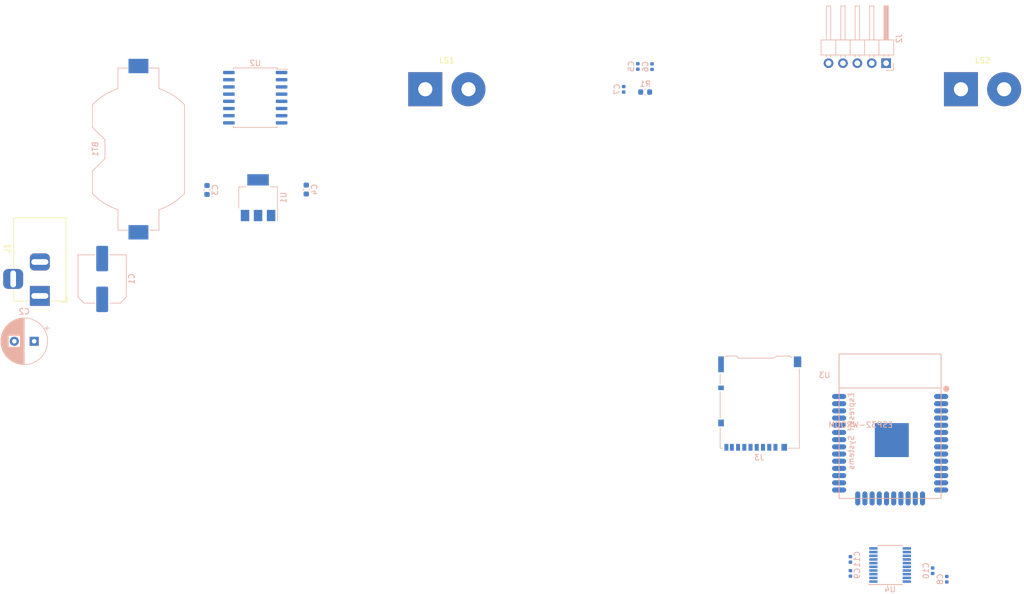
<source format=kicad_pcb>
(kicad_pcb (version 20171130) (host pcbnew 5.1.4+dfsg1-2)

  (general
    (thickness 1.6)
    (drawings 0)
    (tracks 0)
    (zones 0)
    (modules 22)
    (nets 49)
  )

  (page A3)
  (layers
    (0 F.Cu signal)
    (31 B.Cu signal)
    (32 B.Adhes user)
    (33 F.Adhes user)
    (34 B.Paste user)
    (35 F.Paste user)
    (36 B.SilkS user)
    (37 F.SilkS user)
    (38 B.Mask user)
    (39 F.Mask user)
    (40 Dwgs.User user)
    (41 Cmts.User user)
    (42 Eco1.User user)
    (43 Eco2.User user)
    (44 Edge.Cuts user)
    (45 Margin user)
    (46 B.CrtYd user)
    (47 F.CrtYd user)
    (48 B.Fab user)
    (49 F.Fab user)
  )

  (setup
    (last_trace_width 0.25)
    (trace_clearance 0.2)
    (zone_clearance 0.508)
    (zone_45_only no)
    (trace_min 0.2)
    (via_size 0.8)
    (via_drill 0.4)
    (via_min_size 0.4)
    (via_min_drill 0.3)
    (uvia_size 0.3)
    (uvia_drill 0.1)
    (uvias_allowed no)
    (uvia_min_size 0.2)
    (uvia_min_drill 0.1)
    (edge_width 0.05)
    (segment_width 0.2)
    (pcb_text_width 0.3)
    (pcb_text_size 1.5 1.5)
    (mod_edge_width 0.12)
    (mod_text_size 1 1)
    (mod_text_width 0.15)
    (pad_size 1.524 1.524)
    (pad_drill 0.762)
    (pad_to_mask_clearance 0.051)
    (solder_mask_min_width 0.25)
    (aux_axis_origin 0 0)
    (visible_elements FFFFFF7F)
    (pcbplotparams
      (layerselection 0x010fc_ffffffff)
      (usegerberextensions false)
      (usegerberattributes false)
      (usegerberadvancedattributes false)
      (creategerberjobfile false)
      (excludeedgelayer true)
      (linewidth 0.100000)
      (plotframeref false)
      (viasonmask false)
      (mode 1)
      (useauxorigin false)
      (hpglpennumber 1)
      (hpglpenspeed 20)
      (hpglpendiameter 15.000000)
      (psnegative false)
      (psa4output false)
      (plotreference true)
      (plotvalue true)
      (plotinvisibletext false)
      (padsonsilk false)
      (subtractmaskfromsilk false)
      (outputformat 1)
      (mirror false)
      (drillshape 1)
      (scaleselection 1)
      (outputdirectory ""))
  )

  (net 0 "")
  (net 1 GND)
  (net 2 "Net-(BT1-Pad1)")
  (net 3 /RTS)
  (net 4 +3V3)
  (net 5 +5V)
  (net 6 "Net-(C9-Pad2)")
  (net 7 /DTR)
  (net 8 /TX)
  (net 9 /RX)
  (net 10 "Net-(LS1-Pad1)")
  (net 11 "Net-(LS2-Pad1)")
  (net 12 /LED_DATA)
  (net 13 /LRCK)
  (net 14 /BCLK)
  (net 15 /I2SD)
  (net 16 /SDA)
  (net 17 /SCL)
  (net 18 "Net-(U2-Pad4)")
  (net 19 "Net-(U2-Pad3)")
  (net 20 "Net-(U2-Pad1)")
  (net 21 /MISO)
  (net 22 /SCLK)
  (net 23 /MOSI)
  (net 24 /CS)
  (net 25 "Net-(C9-Pad1)")
  (net 26 "Net-(C10-Pad2)")
  (net 27 "Net-(C11-Pad1)")
  (net 28 "Net-(J3-Pad8)")
  (net 29 "Net-(U3-Pad4)")
  (net 30 "Net-(U3-Pad5)")
  (net 31 "Net-(U3-Pad6)")
  (net 32 "Net-(U3-Pad7)")
  (net 33 "Net-(U3-Pad9)")
  (net 34 "Net-(U3-Pad12)")
  (net 35 "Net-(U3-Pad13)")
  (net 36 "Net-(U3-Pad14)")
  (net 37 "Net-(U3-Pad16)")
  (net 38 "Net-(U3-Pad17)")
  (net 39 "Net-(U3-Pad18)")
  (net 40 "Net-(U3-Pad19)")
  (net 41 "Net-(U3-Pad20)")
  (net 42 "Net-(U3-Pad21)")
  (net 43 "Net-(U3-Pad22)")
  (net 44 "Net-(U3-Pad23)")
  (net 45 "Net-(U3-Pad24)")
  (net 46 "Net-(U3-Pad27)")
  (net 47 "Net-(U3-Pad28)")
  (net 48 "Net-(U3-Pad32)")

  (net_class Default "Dies ist die voreingestellte Netzklasse."
    (clearance 0.2)
    (trace_width 0.25)
    (via_dia 0.8)
    (via_drill 0.4)
    (uvia_dia 0.3)
    (uvia_drill 0.1)
    (add_net +3V3)
    (add_net +5V)
    (add_net /BCLK)
    (add_net /CS)
    (add_net /DTR)
    (add_net /I2SD)
    (add_net /LED_DATA)
    (add_net /LRCK)
    (add_net /MISO)
    (add_net /MOSI)
    (add_net /RTS)
    (add_net /RX)
    (add_net /SCL)
    (add_net /SCLK)
    (add_net /SDA)
    (add_net /TX)
    (add_net GND)
    (add_net "Net-(BT1-Pad1)")
    (add_net "Net-(C10-Pad2)")
    (add_net "Net-(C11-Pad1)")
    (add_net "Net-(C9-Pad1)")
    (add_net "Net-(C9-Pad2)")
    (add_net "Net-(J3-Pad8)")
    (add_net "Net-(LS1-Pad1)")
    (add_net "Net-(LS2-Pad1)")
    (add_net "Net-(U2-Pad1)")
    (add_net "Net-(U2-Pad3)")
    (add_net "Net-(U2-Pad4)")
    (add_net "Net-(U3-Pad12)")
    (add_net "Net-(U3-Pad13)")
    (add_net "Net-(U3-Pad14)")
    (add_net "Net-(U3-Pad16)")
    (add_net "Net-(U3-Pad17)")
    (add_net "Net-(U3-Pad18)")
    (add_net "Net-(U3-Pad19)")
    (add_net "Net-(U3-Pad20)")
    (add_net "Net-(U3-Pad21)")
    (add_net "Net-(U3-Pad22)")
    (add_net "Net-(U3-Pad23)")
    (add_net "Net-(U3-Pad24)")
    (add_net "Net-(U3-Pad27)")
    (add_net "Net-(U3-Pad28)")
    (add_net "Net-(U3-Pad32)")
    (add_net "Net-(U3-Pad4)")
    (add_net "Net-(U3-Pad5)")
    (add_net "Net-(U3-Pad6)")
    (add_net "Net-(U3-Pad7)")
    (add_net "Net-(U3-Pad9)")
  )

  (module Connector_Card:microSD_HC_Hirose_DM3AT-SF-PEJM5 (layer B.Cu) (tedit 5A1DBFB5) (tstamp 5DC4229D)
    (at 148 79)
    (descr "Micro SD, SMD, right-angle, push-pull (https://www.hirose.com/product/en/download_file/key_name/DM3AT-SF-PEJM5/category/Drawing%20(2D)/doc_file_id/44099/?file_category_id=6&item_id=06090031000&is_series=)")
    (tags "Micro SD")
    (path /5DC3F3D7)
    (attr smd)
    (fp_text reference J3 (at -0.075 9.525) (layer B.SilkS)
      (effects (font (size 1 1) (thickness 0.15)) (justify mirror))
    )
    (fp_text value Micro_SD_Card (at -0.075 -9.575) (layer B.Fab)
      (effects (font (size 1 1) (thickness 0.15)) (justify mirror))
    )
    (fp_arc (start -5.425 -13.225) (end -5.425 -13.725) (angle -90) (layer B.Fab) (width 0.1))
    (fp_arc (start 4.575 -13.225) (end 5.075 -13.225) (angle -90) (layer B.Fab) (width 0.1))
    (fp_arc (start -5.425 -9.225) (end -5.425 -9.725) (angle -90) (layer B.Fab) (width 0.1))
    (fp_arc (start 4.575 -9.225) (end 5.075 -9.225) (angle -90) (layer B.Fab) (width 0.1))
    (fp_line (start 3.275 1.525) (end 2.7 1.125) (layer Dwgs.User) (width 0.1))
    (fp_line (start 3.275 2.025) (end 2 1.125) (layer Dwgs.User) (width 0.1))
    (fp_line (start 3.275 2.525) (end 1.3 1.125) (layer Dwgs.User) (width 0.1))
    (fp_line (start 2.825 2.725) (end 0.6 1.125) (layer Dwgs.User) (width 0.1))
    (fp_line (start 2.125 2.725) (end -0.1 1.125) (layer Dwgs.User) (width 0.1))
    (fp_line (start 1.425 2.725) (end -0.8 1.125) (layer Dwgs.User) (width 0.1))
    (fp_line (start 0.725 2.725) (end -1.5 1.125) (layer Dwgs.User) (width 0.1))
    (fp_line (start 0.025 2.725) (end -2.2 1.125) (layer Dwgs.User) (width 0.1))
    (fp_line (start -0.675 2.725) (end -2.9 1.125) (layer Dwgs.User) (width 0.1))
    (fp_line (start -1.375 2.725) (end -3.6 1.125) (layer Dwgs.User) (width 0.1))
    (fp_line (start -2.075 2.725) (end -4.3 1.125) (layer Dwgs.User) (width 0.1))
    (fp_line (start -5.925 -8.325) (end -5.925 -13.225) (layer B.Fab) (width 0.1))
    (fp_line (start 5.075 -13.225) (end 5.075 -8.325) (layer B.Fab) (width 0.1))
    (fp_line (start -5.425 -13.725) (end 4.575 -13.725) (layer B.Fab) (width 0.1))
    (fp_line (start -5.425 -9.725) (end 4.575 -9.725) (layer B.Fab) (width 0.1))
    (fp_line (start 2.51 -7.975) (end -3.915 -7.975) (layer B.Fab) (width 0.1))
    (fp_line (start 6.925 7.825) (end -6.925 7.825) (layer B.Fab) (width 0.1))
    (fp_line (start 6.925 -8.125) (end 6.925 7.825) (layer B.Fab) (width 0.1))
    (fp_line (start -6.925 -8.125) (end -6.925 7.825) (layer B.Fab) (width 0.1))
    (fp_line (start 5.285 -8.325) (end 3.035 -8.325) (layer B.Fab) (width 0.1))
    (fp_line (start 5.285 -8.325) (end 5.485 -8.125) (layer B.Fab) (width 0.1))
    (fp_line (start 3.035 -8.325) (end 2.51 -7.975) (layer B.Fab) (width 0.1))
    (fp_line (start -5.915 -8.325) (end -6.115 -8.125) (layer B.Fab) (width 0.1))
    (fp_line (start -3.915 -8.125) (end -4.115 -8.325) (layer B.Fab) (width 0.1))
    (fp_line (start -4.115 -8.325) (end -5.915 -8.325) (layer B.Fab) (width 0.1))
    (fp_line (start 5.485 -8.125) (end 6.925 -8.125) (layer B.Fab) (width 0.1))
    (fp_line (start -6.115 -8.125) (end -6.925 -8.125) (layer B.Fab) (width 0.1))
    (fp_line (start -3.915 -8.125) (end -3.915 -7.975) (layer B.Fab) (width 0.1))
    (fp_line (start -5.425 2.725) (end 3.275 2.725) (layer Dwgs.User) (width 0.1))
    (fp_line (start 3.275 2.725) (end 3.275 1.125) (layer Dwgs.User) (width 0.1))
    (fp_line (start 3.275 1.125) (end -5.425 1.125) (layer Dwgs.User) (width 0.1))
    (fp_line (start 2.925 -6.975) (end 5.475 -6.975) (layer Dwgs.User) (width 0.1))
    (fp_line (start 5.475 -6.975) (end 5.475 -8.325) (layer Dwgs.User) (width 0.1))
    (fp_line (start 5.475 -8.325) (end 2.925 -8.325) (layer Dwgs.User) (width 0.1))
    (fp_line (start 2.925 -8.325) (end 2.925 -6.975) (layer Dwgs.User) (width 0.1))
    (fp_line (start -6.125 1.425) (end -5.425 1.425) (layer Dwgs.User) (width 0.1))
    (fp_line (start -5.425 2.725) (end -5.425 -6.175) (layer Dwgs.User) (width 0.1))
    (fp_line (start -5.425 -6.175) (end -6.125 -6.175) (layer Dwgs.User) (width 0.1))
    (fp_line (start -6.125 -6.175) (end -6.125 1.425) (layer Dwgs.User) (width 0.1))
    (fp_line (start -7.225 7.275) (end -6.475 7.275) (layer Dwgs.User) (width 0.1))
    (fp_line (start -6.475 7.275) (end -6.475 -0.775) (layer Dwgs.User) (width 0.1))
    (fp_line (start -6.475 -0.775) (end -7.225 -0.775) (layer Dwgs.User) (width 0.1))
    (fp_line (start -7.225 -0.775) (end -7.225 7.275) (layer Dwgs.User) (width 0.1))
    (fp_line (start -7.82 8.82) (end 7.88 8.82) (layer B.CrtYd) (width 0.05))
    (fp_line (start 7.88 8.82) (end 7.88 -8.88) (layer B.CrtYd) (width 0.05))
    (fp_line (start 7.88 -8.88) (end -7.82 -8.88) (layer B.CrtYd) (width 0.05))
    (fp_line (start -7.82 -8.88) (end -7.82 8.82) (layer B.CrtYd) (width 0.05))
    (fp_line (start 5.075 7.885) (end 6.995 7.885) (layer B.SilkS) (width 0.12))
    (fp_line (start 6.995 7.885) (end 6.995 -6.125) (layer B.SilkS) (width 0.12))
    (fp_line (start -6.525 7.885) (end -6.975 7.885) (layer B.SilkS) (width 0.12))
    (fp_line (start -6.975 7.885) (end -6.975 4.275) (layer B.SilkS) (width 0.12))
    (fp_line (start 5.315 -8.385) (end 3.005 -8.385) (layer B.SilkS) (width 0.12))
    (fp_line (start -5.945 -8.385) (end -4.085 -8.385) (layer B.SilkS) (width 0.12))
    (fp_line (start -5.945 -8.385) (end -6.145 -8.185) (layer B.SilkS) (width 0.12))
    (fp_line (start -6.975 2.575) (end -6.975 -2.125) (layer B.SilkS) (width 0.12))
    (fp_line (start -6.975 -3.425) (end -6.975 -5.225) (layer B.SilkS) (width 0.12))
    (fp_line (start -3.875 -8.035) (end 2.495 -8.035) (layer B.SilkS) (width 0.12))
    (fp_line (start -3.875 -8.035) (end -3.875 -8.185) (layer B.SilkS) (width 0.12))
    (fp_line (start -4.085 -8.385) (end -3.875 -8.185) (layer B.SilkS) (width 0.12))
    (fp_line (start 5.315 -8.385) (end 5.515 -8.185) (layer B.SilkS) (width 0.12))
    (fp_line (start 5.515 -8.185) (end 5.775 -8.185) (layer B.SilkS) (width 0.12))
    (fp_line (start 3.005 -8.385) (end 2.495 -8.035) (layer B.SilkS) (width 0.12))
    (fp_line (start 5.475 -6.975) (end 4.675 -8.325) (layer Dwgs.User) (width 0.1))
    (fp_line (start 4.975 -6.975) (end 4.175 -8.325) (layer Dwgs.User) (width 0.1))
    (fp_line (start 4.475 -6.975) (end 3.675 -8.325) (layer Dwgs.User) (width 0.1))
    (fp_line (start 3.975 -6.975) (end 3.175 -8.325) (layer Dwgs.User) (width 0.1))
    (fp_line (start 3.475 -6.975) (end 2.925 -7.875) (layer Dwgs.User) (width 0.1))
    (fp_line (start -6.475 7.275) (end -7.225 6.775) (layer Dwgs.User) (width 0.1))
    (fp_line (start -6.475 6.775) (end -7.225 6.275) (layer Dwgs.User) (width 0.1))
    (fp_line (start -6.475 6.275) (end -7.225 5.775) (layer Dwgs.User) (width 0.1))
    (fp_line (start -6.475 5.775) (end -7.225 5.275) (layer Dwgs.User) (width 0.1))
    (fp_line (start -6.475 5.275) (end -7.225 4.775) (layer Dwgs.User) (width 0.1))
    (fp_line (start -6.475 4.775) (end -7.225 4.275) (layer Dwgs.User) (width 0.1))
    (fp_line (start -6.475 4.275) (end -7.225 3.775) (layer Dwgs.User) (width 0.1))
    (fp_line (start -6.475 3.775) (end -7.225 3.275) (layer Dwgs.User) (width 0.1))
    (fp_line (start -6.475 3.275) (end -7.225 2.775) (layer Dwgs.User) (width 0.1))
    (fp_line (start -6.475 2.775) (end -7.225 2.275) (layer Dwgs.User) (width 0.1))
    (fp_line (start -6.475 2.275) (end -7.225 1.775) (layer Dwgs.User) (width 0.1))
    (fp_line (start -6.475 1.775) (end -7.225 1.275) (layer Dwgs.User) (width 0.1))
    (fp_line (start -6.475 1.275) (end -7.225 0.775) (layer Dwgs.User) (width 0.1))
    (fp_line (start -6.475 0.775) (end -7.225 0.275) (layer Dwgs.User) (width 0.1))
    (fp_line (start -6.475 0.275) (end -7.225 -0.225) (layer Dwgs.User) (width 0.1))
    (fp_line (start -6.475 -0.225) (end -7.225 -0.725) (layer Dwgs.User) (width 0.1))
    (fp_line (start -6.125 -6.175) (end -5.425 -5.675) (layer Dwgs.User) (width 0.1))
    (fp_line (start -6.125 -5.675) (end -5.425 -5.175) (layer Dwgs.User) (width 0.1))
    (fp_line (start -6.125 -5.175) (end -5.425 -4.675) (layer Dwgs.User) (width 0.1))
    (fp_line (start -6.125 -4.675) (end -5.425 -4.175) (layer Dwgs.User) (width 0.1))
    (fp_line (start -6.125 -4.175) (end -5.425 -3.675) (layer Dwgs.User) (width 0.1))
    (fp_line (start -6.125 -3.675) (end -5.425 -3.175) (layer Dwgs.User) (width 0.1))
    (fp_line (start -6.125 -3.175) (end -5.425 -2.675) (layer Dwgs.User) (width 0.1))
    (fp_line (start -6.125 -2.675) (end -5.425 -2.175) (layer Dwgs.User) (width 0.1))
    (fp_line (start -6.125 -2.175) (end -5.425 -1.675) (layer Dwgs.User) (width 0.1))
    (fp_line (start -6.125 -1.675) (end -5.425 -1.175) (layer Dwgs.User) (width 0.1))
    (fp_line (start -6.125 -1.175) (end -5.425 -0.675) (layer Dwgs.User) (width 0.1))
    (fp_line (start -6.125 -0.675) (end -5.425 -0.175) (layer Dwgs.User) (width 0.1))
    (fp_line (start -6.125 -0.175) (end -5.425 0.325) (layer Dwgs.User) (width 0.1))
    (fp_line (start -6.125 0.325) (end -5.425 0.825) (layer Dwgs.User) (width 0.1))
    (fp_line (start -6.125 1.325) (end -5.975 1.425) (layer Dwgs.User) (width 0.1))
    (fp_line (start -6.125 0.825) (end -5.425 1.325) (layer Dwgs.User) (width 0.1))
    (fp_line (start -5.425 1.325) (end -3.475 2.725) (layer Dwgs.User) (width 0.1))
    (fp_line (start -2.775 2.725) (end -5 1.125) (layer Dwgs.User) (width 0.1))
    (fp_line (start -4.875 2.725) (end -5.425 2.325) (layer Dwgs.User) (width 0.1))
    (fp_line (start -4.175 2.725) (end -5.425 1.825) (layer Dwgs.User) (width 0.1))
    (fp_text user KEEPOUT (at -5.775 -2.375 -90) (layer Cmts.User)
      (effects (font (size 0.6 0.6) (thickness 0.09)))
    )
    (fp_text user KEEPOUT (at -6.85 3.25 -90) (layer Cmts.User)
      (effects (font (size 0.6 0.6) (thickness 0.09)))
    )
    (fp_text user KEEPOUT (at 4.2 -7.65) (layer Cmts.User)
      (effects (font (size 0.4 0.4) (thickness 0.06)))
    )
    (fp_text user %R (at -0.075 -0.375) (layer B.Fab)
      (effects (font (size 1 1) (thickness 0.1)) (justify mirror))
    )
    (fp_text user KEEPOUT (at -1.075 1.925) (layer Cmts.User)
      (effects (font (size 1 1) (thickness 0.1)))
    )
    (pad 11 smd rect (at 6.675 -7.375) (size 1.3 1.9) (layers B.Cu B.Paste B.Mask))
    (pad 11 smd rect (at -6.825 -6.925) (size 1 2.8) (layers B.Cu B.Paste B.Mask))
    (pad 10 smd rect (at -6.825 -2.775) (size 1 0.8) (layers B.Cu B.Paste B.Mask))
    (pad 11 smd rect (at -6.825 3.425) (size 1 1.2) (layers B.Cu B.Paste B.Mask))
    (pad 11 smd rect (at 4.325 7.725) (size 1 1.2) (layers B.Cu B.Paste B.Mask))
    (pad 7 smd rect (at -3.825 7.725) (size 0.7 1.2) (layers B.Cu B.Paste B.Mask)
      (net 21 /MISO))
    (pad 6 smd rect (at -2.725 7.725) (size 0.7 1.2) (layers B.Cu B.Paste B.Mask)
      (net 1 GND))
    (pad 5 smd rect (at -1.625 7.725) (size 0.7 1.2) (layers B.Cu B.Paste B.Mask)
      (net 22 /SCLK))
    (pad 4 smd rect (at -0.525 7.725) (size 0.7 1.2) (layers B.Cu B.Paste B.Mask)
      (net 4 +3V3))
    (pad 3 smd rect (at 0.575 7.725) (size 0.7 1.2) (layers B.Cu B.Paste B.Mask)
      (net 1 GND))
    (pad 2 smd rect (at 1.675 7.725) (size 0.7 1.2) (layers B.Cu B.Paste B.Mask)
      (net 23 /MOSI))
    (pad 1 smd rect (at 2.775 7.725) (size 0.7 1.2) (layers B.Cu B.Paste B.Mask)
      (net 24 /CS))
    (pad 8 smd rect (at -4.925 7.725) (size 0.7 1.2) (layers B.Cu B.Paste B.Mask)
      (net 28 "Net-(J3-Pad8)"))
    (pad 9 smd rect (at -5.875 7.725) (size 0.7 1.2) (layers B.Cu B.Paste B.Mask)
      (net 1 GND))
    (model ${KISYS3DMOD}/Connector_Card.3dshapes/microSD_HC_Hirose_DM3AT-SF-PEJM5.wrl
      (at (xyz 0 0 0))
      (scale (xyz 1 1 1))
      (rotate (xyz 0 0 0))
    )
  )

  (module Package_TO_SOT_SMD:SOT-223-3_TabPin2 (layer B.Cu) (tedit 5A02FF57) (tstamp 5DC425ED)
    (at 59.5 42.65 90)
    (descr "module CMS SOT223 4 pins")
    (tags "CMS SOT")
    (path /5DC41BA9)
    (attr smd)
    (fp_text reference U1 (at 0 4.5 90) (layer B.SilkS)
      (effects (font (size 1 1) (thickness 0.15)) (justify mirror))
    )
    (fp_text value AP7361C-33E (at 0 -4.5 90) (layer B.Fab)
      (effects (font (size 1 1) (thickness 0.15)) (justify mirror))
    )
    (fp_line (start 1.85 3.35) (end 1.85 -3.35) (layer B.Fab) (width 0.1))
    (fp_line (start -1.85 -3.35) (end 1.85 -3.35) (layer B.Fab) (width 0.1))
    (fp_line (start -4.1 3.41) (end 1.91 3.41) (layer B.SilkS) (width 0.12))
    (fp_line (start -0.85 3.35) (end 1.85 3.35) (layer B.Fab) (width 0.1))
    (fp_line (start -1.85 -3.41) (end 1.91 -3.41) (layer B.SilkS) (width 0.12))
    (fp_line (start -1.85 2.35) (end -1.85 -3.35) (layer B.Fab) (width 0.1))
    (fp_line (start -1.85 2.35) (end -0.85 3.35) (layer B.Fab) (width 0.1))
    (fp_line (start -4.4 3.6) (end -4.4 -3.6) (layer B.CrtYd) (width 0.05))
    (fp_line (start -4.4 -3.6) (end 4.4 -3.6) (layer B.CrtYd) (width 0.05))
    (fp_line (start 4.4 -3.6) (end 4.4 3.6) (layer B.CrtYd) (width 0.05))
    (fp_line (start 4.4 3.6) (end -4.4 3.6) (layer B.CrtYd) (width 0.05))
    (fp_line (start 1.91 3.41) (end 1.91 2.15) (layer B.SilkS) (width 0.12))
    (fp_line (start 1.91 -3.41) (end 1.91 -2.15) (layer B.SilkS) (width 0.12))
    (fp_text user %R (at 0 0 180) (layer B.Fab)
      (effects (font (size 0.8 0.8) (thickness 0.12)) (justify mirror))
    )
    (pad 1 smd rect (at -3.15 2.3 90) (size 2 1.5) (layers B.Cu B.Paste B.Mask)
      (net 5 +5V))
    (pad 3 smd rect (at -3.15 -2.3 90) (size 2 1.5) (layers B.Cu B.Paste B.Mask)
      (net 4 +3V3))
    (pad 2 smd rect (at -3.15 0 90) (size 2 1.5) (layers B.Cu B.Paste B.Mask)
      (net 1 GND))
    (pad 2 smd rect (at 3.15 0 90) (size 2 3.8) (layers B.Cu B.Paste B.Mask)
      (net 1 GND))
    (model ${KISYS3DMOD}/Package_TO_SOT_SMD.3dshapes/SOT-223.wrl
      (at (xyz 0 0 0))
      (scale (xyz 1 1 1))
      (rotate (xyz 0 0 0))
    )
  )

  (module Package_SO:TSSOP-20_4.4x6.5mm_P0.65mm (layer B.Cu) (tedit 5A02F25C) (tstamp 5DC5269E)
    (at 171 107.5)
    (descr "20-Lead Plastic Thin Shrink Small Outline (ST)-4.4 mm Body [TSSOP] (see Microchip Packaging Specification 00000049BS.pdf)")
    (tags "SSOP 0.65")
    (path /5DC52822)
    (attr smd)
    (fp_text reference U4 (at 0 4.3) (layer B.SilkS)
      (effects (font (size 1 1) (thickness 0.15)) (justify mirror))
    )
    (fp_text value PCM5102 (at 0 -4.3) (layer B.Fab)
      (effects (font (size 1 1) (thickness 0.15)) (justify mirror))
    )
    (fp_text user %R (at 0 0) (layer B.Fab)
      (effects (font (size 0.8 0.8) (thickness 0.15)) (justify mirror))
    )
    (fp_line (start -3.75 3.45) (end 2.225 3.45) (layer B.SilkS) (width 0.15))
    (fp_line (start -2.225 -3.45) (end 2.225 -3.45) (layer B.SilkS) (width 0.15))
    (fp_line (start -3.95 -3.55) (end 3.95 -3.55) (layer B.CrtYd) (width 0.05))
    (fp_line (start -3.95 3.55) (end 3.95 3.55) (layer B.CrtYd) (width 0.05))
    (fp_line (start 3.95 3.55) (end 3.95 -3.55) (layer B.CrtYd) (width 0.05))
    (fp_line (start -3.95 3.55) (end -3.95 -3.55) (layer B.CrtYd) (width 0.05))
    (fp_line (start -2.2 2.25) (end -1.2 3.25) (layer B.Fab) (width 0.15))
    (fp_line (start -2.2 -3.25) (end -2.2 2.25) (layer B.Fab) (width 0.15))
    (fp_line (start 2.2 -3.25) (end -2.2 -3.25) (layer B.Fab) (width 0.15))
    (fp_line (start 2.2 3.25) (end 2.2 -3.25) (layer B.Fab) (width 0.15))
    (fp_line (start -1.2 3.25) (end 2.2 3.25) (layer B.Fab) (width 0.15))
    (pad 20 smd rect (at 2.95 2.925) (size 1.45 0.45) (layers B.Cu B.Paste B.Mask)
      (net 4 +3V3))
    (pad 19 smd rect (at 2.95 2.275) (size 1.45 0.45) (layers B.Cu B.Paste B.Mask)
      (net 1 GND))
    (pad 18 smd rect (at 2.95 1.625) (size 1.45 0.45) (layers B.Cu B.Paste B.Mask)
      (net 26 "Net-(C10-Pad2)"))
    (pad 17 smd rect (at 2.95 0.975) (size 1.45 0.45) (layers B.Cu B.Paste B.Mask)
      (net 4 +3V3))
    (pad 16 smd rect (at 2.95 0.325) (size 1.45 0.45) (layers B.Cu B.Paste B.Mask)
      (net 1 GND))
    (pad 15 smd rect (at 2.95 -0.325) (size 1.45 0.45) (layers B.Cu B.Paste B.Mask)
      (net 13 /LRCK))
    (pad 14 smd rect (at 2.95 -0.975) (size 1.45 0.45) (layers B.Cu B.Paste B.Mask)
      (net 15 /I2SD))
    (pad 13 smd rect (at 2.95 -1.625) (size 1.45 0.45) (layers B.Cu B.Paste B.Mask)
      (net 14 /BCLK))
    (pad 12 smd rect (at 2.95 -2.275) (size 1.45 0.45) (layers B.Cu B.Paste B.Mask)
      (net 1 GND))
    (pad 11 smd rect (at 2.95 -2.925) (size 1.45 0.45) (layers B.Cu B.Paste B.Mask)
      (net 1 GND))
    (pad 10 smd rect (at -2.95 -2.925) (size 1.45 0.45) (layers B.Cu B.Paste B.Mask)
      (net 1 GND))
    (pad 9 smd rect (at -2.95 -2.275) (size 1.45 0.45) (layers B.Cu B.Paste B.Mask)
      (net 1 GND))
    (pad 8 smd rect (at -2.95 -1.625) (size 1.45 0.45) (layers B.Cu B.Paste B.Mask)
      (net 4 +3V3))
    (pad 7 smd rect (at -2.95 -0.975) (size 1.45 0.45) (layers B.Cu B.Paste B.Mask)
      (net 11 "Net-(LS2-Pad1)"))
    (pad 6 smd rect (at -2.95 -0.325) (size 1.45 0.45) (layers B.Cu B.Paste B.Mask)
      (net 10 "Net-(LS1-Pad1)"))
    (pad 5 smd rect (at -2.95 0.325) (size 1.45 0.45) (layers B.Cu B.Paste B.Mask)
      (net 27 "Net-(C11-Pad1)"))
    (pad 4 smd rect (at -2.95 0.975) (size 1.45 0.45) (layers B.Cu B.Paste B.Mask)
      (net 6 "Net-(C9-Pad2)"))
    (pad 3 smd rect (at -2.95 1.625) (size 1.45 0.45) (layers B.Cu B.Paste B.Mask)
      (net 1 GND))
    (pad 2 smd rect (at -2.95 2.275) (size 1.45 0.45) (layers B.Cu B.Paste B.Mask)
      (net 25 "Net-(C9-Pad1)"))
    (pad 1 smd rect (at -2.95 2.925) (size 1.45 0.45) (layers B.Cu B.Paste B.Mask)
      (net 4 +3V3))
    (model ${KISYS3DMOD}/Package_SO.3dshapes/TSSOP-20_4.4x6.5mm_P0.65mm.wrl
      (at (xyz 0 0 0))
      (scale (xyz 1 1 1))
      (rotate (xyz 0 0 0))
    )
  )

  (module Package_SO:SOIC-16W_7.5x10.3mm_P1.27mm (layer B.Cu) (tedit 5C97300E) (tstamp 5DC3CFD6)
    (at 59 25 180)
    (descr "SOIC, 16 Pin (JEDEC MS-013AA, https://www.analog.com/media/en/package-pcb-resources/package/pkg_pdf/soic_wide-rw/rw_16.pdf), generated with kicad-footprint-generator ipc_gullwing_generator.py")
    (tags "SOIC SO")
    (path /5DC2811A)
    (attr smd)
    (fp_text reference U2 (at 0 6.1) (layer B.SilkS)
      (effects (font (size 1 1) (thickness 0.15)) (justify mirror))
    )
    (fp_text value DS3231M (at 0 -6.1) (layer B.Fab)
      (effects (font (size 1 1) (thickness 0.15)) (justify mirror))
    )
    (fp_text user %R (at 0 0) (layer B.Fab)
      (effects (font (size 1 1) (thickness 0.15)) (justify mirror))
    )
    (fp_line (start 5.93 5.4) (end -5.93 5.4) (layer B.CrtYd) (width 0.05))
    (fp_line (start 5.93 -5.4) (end 5.93 5.4) (layer B.CrtYd) (width 0.05))
    (fp_line (start -5.93 -5.4) (end 5.93 -5.4) (layer B.CrtYd) (width 0.05))
    (fp_line (start -5.93 5.4) (end -5.93 -5.4) (layer B.CrtYd) (width 0.05))
    (fp_line (start -3.75 4.15) (end -2.75 5.15) (layer B.Fab) (width 0.1))
    (fp_line (start -3.75 -5.15) (end -3.75 4.15) (layer B.Fab) (width 0.1))
    (fp_line (start 3.75 -5.15) (end -3.75 -5.15) (layer B.Fab) (width 0.1))
    (fp_line (start 3.75 5.15) (end 3.75 -5.15) (layer B.Fab) (width 0.1))
    (fp_line (start -2.75 5.15) (end 3.75 5.15) (layer B.Fab) (width 0.1))
    (fp_line (start -3.86 5.005) (end -5.675 5.005) (layer B.SilkS) (width 0.12))
    (fp_line (start -3.86 5.26) (end -3.86 5.005) (layer B.SilkS) (width 0.12))
    (fp_line (start 0 5.26) (end -3.86 5.26) (layer B.SilkS) (width 0.12))
    (fp_line (start 3.86 5.26) (end 3.86 5.005) (layer B.SilkS) (width 0.12))
    (fp_line (start 0 5.26) (end 3.86 5.26) (layer B.SilkS) (width 0.12))
    (fp_line (start -3.86 -5.26) (end -3.86 -5.005) (layer B.SilkS) (width 0.12))
    (fp_line (start 0 -5.26) (end -3.86 -5.26) (layer B.SilkS) (width 0.12))
    (fp_line (start 3.86 -5.26) (end 3.86 -5.005) (layer B.SilkS) (width 0.12))
    (fp_line (start 0 -5.26) (end 3.86 -5.26) (layer B.SilkS) (width 0.12))
    (pad 16 smd roundrect (at 4.65 4.445 180) (size 2.05 0.6) (layers B.Cu B.Paste B.Mask) (roundrect_rratio 0.25)
      (net 17 /SCL))
    (pad 15 smd roundrect (at 4.65 3.175 180) (size 2.05 0.6) (layers B.Cu B.Paste B.Mask) (roundrect_rratio 0.25)
      (net 16 /SDA))
    (pad 14 smd roundrect (at 4.65 1.905 180) (size 2.05 0.6) (layers B.Cu B.Paste B.Mask) (roundrect_rratio 0.25)
      (net 2 "Net-(BT1-Pad1)"))
    (pad 13 smd roundrect (at 4.65 0.635 180) (size 2.05 0.6) (layers B.Cu B.Paste B.Mask) (roundrect_rratio 0.25)
      (net 1 GND))
    (pad 12 smd roundrect (at 4.65 -0.635 180) (size 2.05 0.6) (layers B.Cu B.Paste B.Mask) (roundrect_rratio 0.25)
      (net 1 GND))
    (pad 11 smd roundrect (at 4.65 -1.905 180) (size 2.05 0.6) (layers B.Cu B.Paste B.Mask) (roundrect_rratio 0.25)
      (net 1 GND))
    (pad 10 smd roundrect (at 4.65 -3.175 180) (size 2.05 0.6) (layers B.Cu B.Paste B.Mask) (roundrect_rratio 0.25)
      (net 1 GND))
    (pad 9 smd roundrect (at 4.65 -4.445 180) (size 2.05 0.6) (layers B.Cu B.Paste B.Mask) (roundrect_rratio 0.25)
      (net 1 GND))
    (pad 8 smd roundrect (at -4.65 -4.445 180) (size 2.05 0.6) (layers B.Cu B.Paste B.Mask) (roundrect_rratio 0.25)
      (net 1 GND))
    (pad 7 smd roundrect (at -4.65 -3.175 180) (size 2.05 0.6) (layers B.Cu B.Paste B.Mask) (roundrect_rratio 0.25)
      (net 1 GND))
    (pad 6 smd roundrect (at -4.65 -1.905 180) (size 2.05 0.6) (layers B.Cu B.Paste B.Mask) (roundrect_rratio 0.25)
      (net 1 GND))
    (pad 5 smd roundrect (at -4.65 -0.635 180) (size 2.05 0.6) (layers B.Cu B.Paste B.Mask) (roundrect_rratio 0.25)
      (net 1 GND))
    (pad 4 smd roundrect (at -4.65 0.635 180) (size 2.05 0.6) (layers B.Cu B.Paste B.Mask) (roundrect_rratio 0.25)
      (net 18 "Net-(U2-Pad4)"))
    (pad 3 smd roundrect (at -4.65 1.905 180) (size 2.05 0.6) (layers B.Cu B.Paste B.Mask) (roundrect_rratio 0.25)
      (net 19 "Net-(U2-Pad3)"))
    (pad 2 smd roundrect (at -4.65 3.175 180) (size 2.05 0.6) (layers B.Cu B.Paste B.Mask) (roundrect_rratio 0.25)
      (net 4 +3V3))
    (pad 1 smd roundrect (at -4.65 4.445 180) (size 2.05 0.6) (layers B.Cu B.Paste B.Mask) (roundrect_rratio 0.25)
      (net 20 "Net-(U2-Pad1)"))
    (model ${KISYS3DMOD}/Package_SO.3dshapes/SOIC-16W_7.5x10.3mm_P1.27mm.wrl
      (at (xyz 0 0 0))
      (scale (xyz 1 1 1))
      (rotate (xyz 0 0 0))
    )
  )

  (module ESP32-footprints-Lib:ESP32-WROOM (layer B.Cu) (tedit 57D08EA8) (tstamp 5DC52850)
    (at 171 83)
    (path /5DC2247A)
    (fp_text reference U3 (at -11.557 -9.017) (layer B.SilkS)
      (effects (font (size 1 1) (thickness 0.15)) (justify mirror))
    )
    (fp_text value ESP32-WROOM (at 5.715 -14.224) (layer B.Fab)
      (effects (font (size 1 1) (thickness 0.15)) (justify mirror))
    )
    (fp_line (start -9 -12.75) (end 9 -12.75) (layer B.SilkS) (width 0.15))
    (fp_line (start -9 12.75) (end 9 12.75) (layer B.SilkS) (width 0.15))
    (fp_line (start -9 -12.75) (end -9 12.75) (layer B.SilkS) (width 0.15))
    (fp_line (start 9 -12.75) (end 9 12.75) (layer B.SilkS) (width 0.15))
    (fp_line (start -9 -6.75) (end 9 -6.75) (layer B.SilkS) (width 0.15))
    (fp_text user ESP32-WROOM (at -5.207 -0.254 180) (layer B.SilkS)
      (effects (font (size 1 1) (thickness 0.15)) (justify mirror))
    )
    (fp_circle (center 9.906 -6.604) (end 10.033 -6.858) (layer B.SilkS) (width 0.5))
    (fp_text user "Espressif Systems" (at -6.858 0.889 -90) (layer B.SilkS)
      (effects (font (size 1 1) (thickness 0.15)) (justify mirror))
    )
    (pad 39 smd rect (at 0.3 2.45) (size 6 6) (layers B.Cu B.Paste B.Mask)
      (net 1 GND))
    (pad 1 smd oval (at 9 -5.25) (size 2.5 0.9) (layers B.Cu B.Paste B.Mask)
      (net 1 GND))
    (pad 2 smd oval (at 9 -3.98) (size 2.5 0.9) (layers B.Cu B.Paste B.Mask)
      (net 4 +3V3))
    (pad 3 smd oval (at 9 -2.71) (size 2.5 0.9) (layers B.Cu B.Paste B.Mask)
      (net 3 /RTS))
    (pad 4 smd oval (at 9 -1.44) (size 2.5 0.9) (layers B.Cu B.Paste B.Mask)
      (net 29 "Net-(U3-Pad4)"))
    (pad 5 smd oval (at 9 -0.17) (size 2.5 0.9) (layers B.Cu B.Paste B.Mask)
      (net 30 "Net-(U3-Pad5)"))
    (pad 6 smd oval (at 9 1.1) (size 2.5 0.9) (layers B.Cu B.Paste B.Mask)
      (net 31 "Net-(U3-Pad6)"))
    (pad 7 smd oval (at 9 2.37) (size 2.5 0.9) (layers B.Cu B.Paste B.Mask)
      (net 32 "Net-(U3-Pad7)"))
    (pad 8 smd oval (at 9 3.64) (size 2.5 0.9) (layers B.Cu B.Paste B.Mask)
      (net 12 /LED_DATA))
    (pad 9 smd oval (at 9 4.91) (size 2.5 0.9) (layers B.Cu B.Paste B.Mask)
      (net 33 "Net-(U3-Pad9)"))
    (pad 10 smd oval (at 9 6.18) (size 2.5 0.9) (layers B.Cu B.Paste B.Mask)
      (net 13 /LRCK))
    (pad 11 smd oval (at 9 7.45) (size 2.5 0.9) (layers B.Cu B.Paste B.Mask)
      (net 14 /BCLK))
    (pad 12 smd oval (at 9 8.72) (size 2.5 0.9) (layers B.Cu B.Paste B.Mask)
      (net 34 "Net-(U3-Pad12)"))
    (pad 13 smd oval (at 9 9.99) (size 2.5 0.9) (layers B.Cu B.Paste B.Mask)
      (net 35 "Net-(U3-Pad13)"))
    (pad 14 smd oval (at 9 11.26) (size 2.5 0.9) (layers B.Cu B.Paste B.Mask)
      (net 36 "Net-(U3-Pad14)"))
    (pad 15 smd oval (at 5.715 12.75) (size 0.9 2.5) (layers B.Cu B.Paste B.Mask)
      (net 1 GND))
    (pad 16 smd oval (at 4.445 12.75) (size 0.9 2.5) (layers B.Cu B.Paste B.Mask)
      (net 37 "Net-(U3-Pad16)"))
    (pad 17 smd oval (at 3.175 12.75) (size 0.9 2.5) (layers B.Cu B.Paste B.Mask)
      (net 38 "Net-(U3-Pad17)"))
    (pad 18 smd oval (at 1.905 12.75) (size 0.9 2.5) (layers B.Cu B.Paste B.Mask)
      (net 39 "Net-(U3-Pad18)"))
    (pad 19 smd oval (at 0.635 12.75) (size 0.9 2.5) (layers B.Cu B.Paste B.Mask)
      (net 40 "Net-(U3-Pad19)"))
    (pad 20 smd oval (at -0.635 12.75) (size 0.9 2.5) (layers B.Cu B.Paste B.Mask)
      (net 41 "Net-(U3-Pad20)"))
    (pad 21 smd oval (at -1.905 12.75) (size 0.9 2.5) (layers B.Cu B.Paste B.Mask)
      (net 42 "Net-(U3-Pad21)"))
    (pad 22 smd oval (at -3.175 12.75) (size 0.9 2.5) (layers B.Cu B.Paste B.Mask)
      (net 43 "Net-(U3-Pad22)"))
    (pad 23 smd oval (at -4.445 12.75) (size 0.9 2.5) (layers B.Cu B.Paste B.Mask)
      (net 44 "Net-(U3-Pad23)"))
    (pad 24 smd oval (at -5.715 12.75) (size 0.9 2.5) (layers B.Cu B.Paste B.Mask)
      (net 45 "Net-(U3-Pad24)"))
    (pad 25 smd oval (at -9 11.26) (size 2.5 0.9) (layers B.Cu B.Paste B.Mask)
      (net 7 /DTR))
    (pad 26 smd oval (at -9 9.99) (size 2.5 0.9) (layers B.Cu B.Paste B.Mask)
      (net 15 /I2SD))
    (pad 27 smd oval (at -9 8.72) (size 2.5 0.9) (layers B.Cu B.Paste B.Mask)
      (net 46 "Net-(U3-Pad27)"))
    (pad 28 smd oval (at -9 7.45) (size 2.5 0.9) (layers B.Cu B.Paste B.Mask)
      (net 47 "Net-(U3-Pad28)"))
    (pad 29 smd oval (at -9 6.18) (size 2.5 0.9) (layers B.Cu B.Paste B.Mask)
      (net 24 /CS))
    (pad 30 smd oval (at -9 4.91) (size 2.5 0.9) (layers B.Cu B.Paste B.Mask)
      (net 22 /SCLK))
    (pad 31 smd oval (at -9 3.64) (size 2.5 0.9) (layers B.Cu B.Paste B.Mask)
      (net 21 /MISO))
    (pad 32 smd oval (at -9 2.37) (size 2.5 0.9) (layers B.Cu B.Paste B.Mask)
      (net 48 "Net-(U3-Pad32)"))
    (pad 33 smd oval (at -9 1.1) (size 2.5 0.9) (layers B.Cu B.Paste B.Mask)
      (net 16 /SDA))
    (pad 34 smd oval (at -9 -0.17) (size 2.5 0.9) (layers B.Cu B.Paste B.Mask)
      (net 9 /RX))
    (pad 35 smd oval (at -9 -1.44) (size 2.5 0.9) (layers B.Cu B.Paste B.Mask)
      (net 8 /TX))
    (pad 36 smd oval (at -9 -2.71) (size 2.5 0.9) (layers B.Cu B.Paste B.Mask)
      (net 17 /SCL))
    (pad 37 smd oval (at -9 -3.98) (size 2.5 0.9) (layers B.Cu B.Paste B.Mask)
      (net 23 /MOSI))
    (pad 38 smd oval (at -9 -5.25) (size 2.5 0.9) (layers B.Cu B.Paste B.Mask)
      (net 1 GND))
  )

  (module Resistor_SMD:R_0603_1608Metric (layer B.Cu) (tedit 5B301BBD) (tstamp 5DC3CF7C)
    (at 127.7875 24 180)
    (descr "Resistor SMD 0603 (1608 Metric), square (rectangular) end terminal, IPC_7351 nominal, (Body size source: http://www.tortai-tech.com/upload/download/2011102023233369053.pdf), generated with kicad-footprint-generator")
    (tags resistor)
    (path /5DC505CD)
    (attr smd)
    (fp_text reference R1 (at 0 1.43) (layer B.SilkS)
      (effects (font (size 1 1) (thickness 0.15)) (justify mirror))
    )
    (fp_text value 10k (at 0 -1.43) (layer B.Fab)
      (effects (font (size 1 1) (thickness 0.15)) (justify mirror))
    )
    (fp_text user %R (at 0 0) (layer B.Fab)
      (effects (font (size 0.4 0.4) (thickness 0.06)) (justify mirror))
    )
    (fp_line (start 1.48 -0.73) (end -1.48 -0.73) (layer B.CrtYd) (width 0.05))
    (fp_line (start 1.48 0.73) (end 1.48 -0.73) (layer B.CrtYd) (width 0.05))
    (fp_line (start -1.48 0.73) (end 1.48 0.73) (layer B.CrtYd) (width 0.05))
    (fp_line (start -1.48 -0.73) (end -1.48 0.73) (layer B.CrtYd) (width 0.05))
    (fp_line (start -0.162779 -0.51) (end 0.162779 -0.51) (layer B.SilkS) (width 0.12))
    (fp_line (start -0.162779 0.51) (end 0.162779 0.51) (layer B.SilkS) (width 0.12))
    (fp_line (start 0.8 -0.4) (end -0.8 -0.4) (layer B.Fab) (width 0.1))
    (fp_line (start 0.8 0.4) (end 0.8 -0.4) (layer B.Fab) (width 0.1))
    (fp_line (start -0.8 0.4) (end 0.8 0.4) (layer B.Fab) (width 0.1))
    (fp_line (start -0.8 -0.4) (end -0.8 0.4) (layer B.Fab) (width 0.1))
    (pad 2 smd roundrect (at 0.7875 0 180) (size 0.875 0.95) (layers B.Cu B.Paste B.Mask) (roundrect_rratio 0.25)
      (net 3 /RTS))
    (pad 1 smd roundrect (at -0.7875 0 180) (size 0.875 0.95) (layers B.Cu B.Paste B.Mask) (roundrect_rratio 0.25)
      (net 4 +3V3))
    (model ${KISYS3DMOD}/Resistor_SMD.3dshapes/R_0603_1608Metric.wrl
      (at (xyz 0 0 0))
      (scale (xyz 1 1 1))
      (rotate (xyz 0 0 0))
    )
  )

  (module Connector_Wire:SolderWirePad_1x02_P7.62mm_Drill2.5mm (layer F.Cu) (tedit 5AEE5F2F) (tstamp 5DC40F35)
    (at 183.5 23.5)
    (descr "Wire solder connection")
    (tags connector)
    (path /5DCA1CEC)
    (attr virtual)
    (fp_text reference LS2 (at 3.81 -5.08) (layer F.SilkS)
      (effects (font (size 1 1) (thickness 0.15)))
    )
    (fp_text value Speaker (at 3.81 4.445) (layer F.Fab)
      (effects (font (size 1 1) (thickness 0.15)))
    )
    (fp_line (start 11.12 3.5) (end -3.5 3.5) (layer F.CrtYd) (width 0.05))
    (fp_line (start 11.12 3.5) (end 11.12 -3.5) (layer F.CrtYd) (width 0.05))
    (fp_line (start -3.5 -3.5) (end -3.5 3.5) (layer F.CrtYd) (width 0.05))
    (fp_line (start -3.5 -3.5) (end 11.12 -3.5) (layer F.CrtYd) (width 0.05))
    (fp_text user %R (at 3.81 0) (layer F.Fab)
      (effects (font (size 1 1) (thickness 0.15)))
    )
    (pad 2 thru_hole circle (at 7.62 0) (size 5.99948 5.99948) (drill 2.49936) (layers *.Cu *.Mask)
      (net 1 GND))
    (pad 1 thru_hole rect (at 0 0) (size 5.99948 5.99948) (drill 2.49936) (layers *.Cu *.Mask)
      (net 11 "Net-(LS2-Pad1)"))
  )

  (module Connector_Wire:SolderWirePad_1x02_P7.62mm_Drill2.5mm (layer F.Cu) (tedit 5AEE5F2F) (tstamp 5DC3CF60)
    (at 89 23.5)
    (descr "Wire solder connection")
    (tags connector)
    (path /5DCA0C56)
    (attr virtual)
    (fp_text reference LS1 (at 3.81 -5.08) (layer F.SilkS)
      (effects (font (size 1 1) (thickness 0.15)))
    )
    (fp_text value Speaker (at 3.81 4.445) (layer F.Fab)
      (effects (font (size 1 1) (thickness 0.15)))
    )
    (fp_line (start 11.12 3.5) (end -3.5 3.5) (layer F.CrtYd) (width 0.05))
    (fp_line (start 11.12 3.5) (end 11.12 -3.5) (layer F.CrtYd) (width 0.05))
    (fp_line (start -3.5 -3.5) (end -3.5 3.5) (layer F.CrtYd) (width 0.05))
    (fp_line (start -3.5 -3.5) (end 11.12 -3.5) (layer F.CrtYd) (width 0.05))
    (fp_text user %R (at 3.81 0) (layer F.Fab)
      (effects (font (size 1 1) (thickness 0.15)))
    )
    (pad 2 thru_hole circle (at 7.62 0) (size 5.99948 5.99948) (drill 2.49936) (layers *.Cu *.Mask)
      (net 1 GND))
    (pad 1 thru_hole rect (at 0 0) (size 5.99948 5.99948) (drill 2.49936) (layers *.Cu *.Mask)
      (net 10 "Net-(LS1-Pad1)"))
  )

  (module Connector_PinHeader_2.54mm:PinHeader_1x05_P2.54mm_Horizontal (layer B.Cu) (tedit 59FED5CB) (tstamp 5DC4180A)
    (at 170.3 18.9 90)
    (descr "Through hole angled pin header, 1x05, 2.54mm pitch, 6mm pin length, single row")
    (tags "Through hole angled pin header THT 1x05 2.54mm single row")
    (path /5DC3B538)
    (fp_text reference J2 (at 4.385 2.27 270) (layer B.SilkS)
      (effects (font (size 1 1) (thickness 0.15)) (justify mirror))
    )
    (fp_text value Conn_01x05_Male (at 4.385 -12.43 270) (layer B.Fab)
      (effects (font (size 1 1) (thickness 0.15)) (justify mirror))
    )
    (fp_text user %R (at 2.77 -5.08) (layer B.Fab)
      (effects (font (size 1 1) (thickness 0.15)) (justify mirror))
    )
    (fp_line (start 10.55 1.8) (end -1.8 1.8) (layer B.CrtYd) (width 0.05))
    (fp_line (start 10.55 -11.95) (end 10.55 1.8) (layer B.CrtYd) (width 0.05))
    (fp_line (start -1.8 -11.95) (end 10.55 -11.95) (layer B.CrtYd) (width 0.05))
    (fp_line (start -1.8 1.8) (end -1.8 -11.95) (layer B.CrtYd) (width 0.05))
    (fp_line (start -1.27 1.27) (end 0 1.27) (layer B.SilkS) (width 0.12))
    (fp_line (start -1.27 0) (end -1.27 1.27) (layer B.SilkS) (width 0.12))
    (fp_line (start 1.042929 -10.54) (end 1.44 -10.54) (layer B.SilkS) (width 0.12))
    (fp_line (start 1.042929 -9.78) (end 1.44 -9.78) (layer B.SilkS) (width 0.12))
    (fp_line (start 10.1 -10.54) (end 4.1 -10.54) (layer B.SilkS) (width 0.12))
    (fp_line (start 10.1 -9.78) (end 10.1 -10.54) (layer B.SilkS) (width 0.12))
    (fp_line (start 4.1 -9.78) (end 10.1 -9.78) (layer B.SilkS) (width 0.12))
    (fp_line (start 1.44 -8.89) (end 4.1 -8.89) (layer B.SilkS) (width 0.12))
    (fp_line (start 1.042929 -8) (end 1.44 -8) (layer B.SilkS) (width 0.12))
    (fp_line (start 1.042929 -7.24) (end 1.44 -7.24) (layer B.SilkS) (width 0.12))
    (fp_line (start 10.1 -8) (end 4.1 -8) (layer B.SilkS) (width 0.12))
    (fp_line (start 10.1 -7.24) (end 10.1 -8) (layer B.SilkS) (width 0.12))
    (fp_line (start 4.1 -7.24) (end 10.1 -7.24) (layer B.SilkS) (width 0.12))
    (fp_line (start 1.44 -6.35) (end 4.1 -6.35) (layer B.SilkS) (width 0.12))
    (fp_line (start 1.042929 -5.46) (end 1.44 -5.46) (layer B.SilkS) (width 0.12))
    (fp_line (start 1.042929 -4.7) (end 1.44 -4.7) (layer B.SilkS) (width 0.12))
    (fp_line (start 10.1 -5.46) (end 4.1 -5.46) (layer B.SilkS) (width 0.12))
    (fp_line (start 10.1 -4.7) (end 10.1 -5.46) (layer B.SilkS) (width 0.12))
    (fp_line (start 4.1 -4.7) (end 10.1 -4.7) (layer B.SilkS) (width 0.12))
    (fp_line (start 1.44 -3.81) (end 4.1 -3.81) (layer B.SilkS) (width 0.12))
    (fp_line (start 1.042929 -2.92) (end 1.44 -2.92) (layer B.SilkS) (width 0.12))
    (fp_line (start 1.042929 -2.16) (end 1.44 -2.16) (layer B.SilkS) (width 0.12))
    (fp_line (start 10.1 -2.92) (end 4.1 -2.92) (layer B.SilkS) (width 0.12))
    (fp_line (start 10.1 -2.16) (end 10.1 -2.92) (layer B.SilkS) (width 0.12))
    (fp_line (start 4.1 -2.16) (end 10.1 -2.16) (layer B.SilkS) (width 0.12))
    (fp_line (start 1.44 -1.27) (end 4.1 -1.27) (layer B.SilkS) (width 0.12))
    (fp_line (start 1.11 -0.38) (end 1.44 -0.38) (layer B.SilkS) (width 0.12))
    (fp_line (start 1.11 0.38) (end 1.44 0.38) (layer B.SilkS) (width 0.12))
    (fp_line (start 4.1 -0.28) (end 10.1 -0.28) (layer B.SilkS) (width 0.12))
    (fp_line (start 4.1 -0.16) (end 10.1 -0.16) (layer B.SilkS) (width 0.12))
    (fp_line (start 4.1 -0.04) (end 10.1 -0.04) (layer B.SilkS) (width 0.12))
    (fp_line (start 4.1 0.08) (end 10.1 0.08) (layer B.SilkS) (width 0.12))
    (fp_line (start 4.1 0.2) (end 10.1 0.2) (layer B.SilkS) (width 0.12))
    (fp_line (start 4.1 0.32) (end 10.1 0.32) (layer B.SilkS) (width 0.12))
    (fp_line (start 10.1 -0.38) (end 4.1 -0.38) (layer B.SilkS) (width 0.12))
    (fp_line (start 10.1 0.38) (end 10.1 -0.38) (layer B.SilkS) (width 0.12))
    (fp_line (start 4.1 0.38) (end 10.1 0.38) (layer B.SilkS) (width 0.12))
    (fp_line (start 4.1 1.33) (end 1.44 1.33) (layer B.SilkS) (width 0.12))
    (fp_line (start 4.1 -11.49) (end 4.1 1.33) (layer B.SilkS) (width 0.12))
    (fp_line (start 1.44 -11.49) (end 4.1 -11.49) (layer B.SilkS) (width 0.12))
    (fp_line (start 1.44 1.33) (end 1.44 -11.49) (layer B.SilkS) (width 0.12))
    (fp_line (start 4.04 -10.48) (end 10.04 -10.48) (layer B.Fab) (width 0.1))
    (fp_line (start 10.04 -9.84) (end 10.04 -10.48) (layer B.Fab) (width 0.1))
    (fp_line (start 4.04 -9.84) (end 10.04 -9.84) (layer B.Fab) (width 0.1))
    (fp_line (start -0.32 -10.48) (end 1.5 -10.48) (layer B.Fab) (width 0.1))
    (fp_line (start -0.32 -9.84) (end -0.32 -10.48) (layer B.Fab) (width 0.1))
    (fp_line (start -0.32 -9.84) (end 1.5 -9.84) (layer B.Fab) (width 0.1))
    (fp_line (start 4.04 -7.94) (end 10.04 -7.94) (layer B.Fab) (width 0.1))
    (fp_line (start 10.04 -7.3) (end 10.04 -7.94) (layer B.Fab) (width 0.1))
    (fp_line (start 4.04 -7.3) (end 10.04 -7.3) (layer B.Fab) (width 0.1))
    (fp_line (start -0.32 -7.94) (end 1.5 -7.94) (layer B.Fab) (width 0.1))
    (fp_line (start -0.32 -7.3) (end -0.32 -7.94) (layer B.Fab) (width 0.1))
    (fp_line (start -0.32 -7.3) (end 1.5 -7.3) (layer B.Fab) (width 0.1))
    (fp_line (start 4.04 -5.4) (end 10.04 -5.4) (layer B.Fab) (width 0.1))
    (fp_line (start 10.04 -4.76) (end 10.04 -5.4) (layer B.Fab) (width 0.1))
    (fp_line (start 4.04 -4.76) (end 10.04 -4.76) (layer B.Fab) (width 0.1))
    (fp_line (start -0.32 -5.4) (end 1.5 -5.4) (layer B.Fab) (width 0.1))
    (fp_line (start -0.32 -4.76) (end -0.32 -5.4) (layer B.Fab) (width 0.1))
    (fp_line (start -0.32 -4.76) (end 1.5 -4.76) (layer B.Fab) (width 0.1))
    (fp_line (start 4.04 -2.86) (end 10.04 -2.86) (layer B.Fab) (width 0.1))
    (fp_line (start 10.04 -2.22) (end 10.04 -2.86) (layer B.Fab) (width 0.1))
    (fp_line (start 4.04 -2.22) (end 10.04 -2.22) (layer B.Fab) (width 0.1))
    (fp_line (start -0.32 -2.86) (end 1.5 -2.86) (layer B.Fab) (width 0.1))
    (fp_line (start -0.32 -2.22) (end -0.32 -2.86) (layer B.Fab) (width 0.1))
    (fp_line (start -0.32 -2.22) (end 1.5 -2.22) (layer B.Fab) (width 0.1))
    (fp_line (start 4.04 -0.32) (end 10.04 -0.32) (layer B.Fab) (width 0.1))
    (fp_line (start 10.04 0.32) (end 10.04 -0.32) (layer B.Fab) (width 0.1))
    (fp_line (start 4.04 0.32) (end 10.04 0.32) (layer B.Fab) (width 0.1))
    (fp_line (start -0.32 -0.32) (end 1.5 -0.32) (layer B.Fab) (width 0.1))
    (fp_line (start -0.32 0.32) (end -0.32 -0.32) (layer B.Fab) (width 0.1))
    (fp_line (start -0.32 0.32) (end 1.5 0.32) (layer B.Fab) (width 0.1))
    (fp_line (start 1.5 0.635) (end 2.135 1.27) (layer B.Fab) (width 0.1))
    (fp_line (start 1.5 -11.43) (end 1.5 0.635) (layer B.Fab) (width 0.1))
    (fp_line (start 4.04 -11.43) (end 1.5 -11.43) (layer B.Fab) (width 0.1))
    (fp_line (start 4.04 1.27) (end 4.04 -11.43) (layer B.Fab) (width 0.1))
    (fp_line (start 2.135 1.27) (end 4.04 1.27) (layer B.Fab) (width 0.1))
    (pad 5 thru_hole oval (at 0 -10.16 90) (size 1.7 1.7) (drill 1) (layers *.Cu *.Mask)
      (net 7 /DTR))
    (pad 4 thru_hole oval (at 0 -7.62 90) (size 1.7 1.7) (drill 1) (layers *.Cu *.Mask)
      (net 8 /TX))
    (pad 3 thru_hole oval (at 0 -5.08 90) (size 1.7 1.7) (drill 1) (layers *.Cu *.Mask)
      (net 9 /RX))
    (pad 2 thru_hole oval (at 0 -2.54 90) (size 1.7 1.7) (drill 1) (layers *.Cu *.Mask)
      (net 3 /RTS))
    (pad 1 thru_hole rect (at 0 0 90) (size 1.7 1.7) (drill 1) (layers *.Cu *.Mask)
      (net 1 GND))
    (model ${KISYS3DMOD}/Connector_PinHeader_2.54mm.3dshapes/PinHeader_1x05_P2.54mm_Horizontal.wrl
      (at (xyz 0 0 0))
      (scale (xyz 1 1 1))
      (rotate (xyz 0 0 0))
    )
  )

  (module Connector_BarrelJack:BarrelJack_Horizontal (layer F.Cu) (tedit 5A1DBF6A) (tstamp 5DC3CEFB)
    (at 21 60 270)
    (descr "DC Barrel Jack")
    (tags "Power Jack")
    (path /5DC2448B)
    (fp_text reference J1 (at -8.45 5.75 90) (layer F.SilkS)
      (effects (font (size 1 1) (thickness 0.15)))
    )
    (fp_text value Barrel_Jack_Switch (at -6.2 -5.5 90) (layer F.Fab)
      (effects (font (size 1 1) (thickness 0.15)))
    )
    (fp_line (start 0 -4.5) (end -13.7 -4.5) (layer F.Fab) (width 0.1))
    (fp_line (start 0.8 4.5) (end 0.8 -3.75) (layer F.Fab) (width 0.1))
    (fp_line (start -13.7 4.5) (end 0.8 4.5) (layer F.Fab) (width 0.1))
    (fp_line (start -13.7 -4.5) (end -13.7 4.5) (layer F.Fab) (width 0.1))
    (fp_line (start -10.2 -4.5) (end -10.2 4.5) (layer F.Fab) (width 0.1))
    (fp_line (start 0.9 -4.6) (end 0.9 -2) (layer F.SilkS) (width 0.12))
    (fp_line (start -13.8 -4.6) (end 0.9 -4.6) (layer F.SilkS) (width 0.12))
    (fp_line (start 0.9 4.6) (end -1 4.6) (layer F.SilkS) (width 0.12))
    (fp_line (start 0.9 1.9) (end 0.9 4.6) (layer F.SilkS) (width 0.12))
    (fp_line (start -13.8 4.6) (end -13.8 -4.6) (layer F.SilkS) (width 0.12))
    (fp_line (start -5 4.6) (end -13.8 4.6) (layer F.SilkS) (width 0.12))
    (fp_line (start -14 4.75) (end -14 -4.75) (layer F.CrtYd) (width 0.05))
    (fp_line (start -5 4.75) (end -14 4.75) (layer F.CrtYd) (width 0.05))
    (fp_line (start -5 6.75) (end -5 4.75) (layer F.CrtYd) (width 0.05))
    (fp_line (start -1 6.75) (end -5 6.75) (layer F.CrtYd) (width 0.05))
    (fp_line (start -1 4.75) (end -1 6.75) (layer F.CrtYd) (width 0.05))
    (fp_line (start 1 4.75) (end -1 4.75) (layer F.CrtYd) (width 0.05))
    (fp_line (start 1 2) (end 1 4.75) (layer F.CrtYd) (width 0.05))
    (fp_line (start 2 2) (end 1 2) (layer F.CrtYd) (width 0.05))
    (fp_line (start 2 -2) (end 2 2) (layer F.CrtYd) (width 0.05))
    (fp_line (start 1 -2) (end 2 -2) (layer F.CrtYd) (width 0.05))
    (fp_line (start 1 -4.5) (end 1 -2) (layer F.CrtYd) (width 0.05))
    (fp_line (start 1 -4.75) (end -14 -4.75) (layer F.CrtYd) (width 0.05))
    (fp_line (start 1 -4.5) (end 1 -4.75) (layer F.CrtYd) (width 0.05))
    (fp_line (start 0.05 -4.8) (end 1.1 -4.8) (layer F.SilkS) (width 0.12))
    (fp_line (start 1.1 -3.75) (end 1.1 -4.8) (layer F.SilkS) (width 0.12))
    (fp_line (start -0.003213 -4.505425) (end 0.8 -3.75) (layer F.Fab) (width 0.1))
    (fp_text user %R (at -3 -2.95 90) (layer F.Fab)
      (effects (font (size 1 1) (thickness 0.15)))
    )
    (pad 3 thru_hole roundrect (at -3 4.7 270) (size 3.5 3.5) (drill oval 3 1) (layers *.Cu *.Mask) (roundrect_rratio 0.25)
      (net 1 GND))
    (pad 2 thru_hole roundrect (at -6 0 270) (size 3 3.5) (drill oval 1 3) (layers *.Cu *.Mask) (roundrect_rratio 0.25)
      (net 1 GND))
    (pad 1 thru_hole rect (at 0 0 270) (size 3.5 3.5) (drill oval 1 3) (layers *.Cu *.Mask)
      (net 5 +5V))
    (model ${KISYS3DMOD}/Connector_BarrelJack.3dshapes/BarrelJack_Horizontal.wrl
      (at (xyz 0 0 0))
      (scale (xyz 1 1 1))
      (rotate (xyz 0 0 0))
    )
  )

  (module Capacitor_SMD:C_0603_1608Metric (layer B.Cu) (tedit 5B301BBE) (tstamp 5DC3CED8)
    (at 68 41.2125 90)
    (descr "Capacitor SMD 0603 (1608 Metric), square (rectangular) end terminal, IPC_7351 nominal, (Body size source: http://www.tortai-tech.com/upload/download/2011102023233369053.pdf), generated with kicad-footprint-generator")
    (tags capacitor)
    (path /5DC4CCEA)
    (attr smd)
    (fp_text reference C4 (at 0 1.43 270) (layer B.SilkS)
      (effects (font (size 1 1) (thickness 0.15)) (justify mirror))
    )
    (fp_text value 4.7u (at 0 -1.43 270) (layer B.Fab)
      (effects (font (size 1 1) (thickness 0.15)) (justify mirror))
    )
    (fp_text user %R (at 0 0 270) (layer B.Fab)
      (effects (font (size 0.4 0.4) (thickness 0.06)) (justify mirror))
    )
    (fp_line (start 1.48 -0.73) (end -1.48 -0.73) (layer B.CrtYd) (width 0.05))
    (fp_line (start 1.48 0.73) (end 1.48 -0.73) (layer B.CrtYd) (width 0.05))
    (fp_line (start -1.48 0.73) (end 1.48 0.73) (layer B.CrtYd) (width 0.05))
    (fp_line (start -1.48 -0.73) (end -1.48 0.73) (layer B.CrtYd) (width 0.05))
    (fp_line (start -0.162779 -0.51) (end 0.162779 -0.51) (layer B.SilkS) (width 0.12))
    (fp_line (start -0.162779 0.51) (end 0.162779 0.51) (layer B.SilkS) (width 0.12))
    (fp_line (start 0.8 -0.4) (end -0.8 -0.4) (layer B.Fab) (width 0.1))
    (fp_line (start 0.8 0.4) (end 0.8 -0.4) (layer B.Fab) (width 0.1))
    (fp_line (start -0.8 0.4) (end 0.8 0.4) (layer B.Fab) (width 0.1))
    (fp_line (start -0.8 -0.4) (end -0.8 0.4) (layer B.Fab) (width 0.1))
    (pad 2 smd roundrect (at 0.7875 0 90) (size 0.875 0.95) (layers B.Cu B.Paste B.Mask) (roundrect_rratio 0.25)
      (net 1 GND))
    (pad 1 smd roundrect (at -0.7875 0 90) (size 0.875 0.95) (layers B.Cu B.Paste B.Mask) (roundrect_rratio 0.25)
      (net 4 +3V3))
    (model ${KISYS3DMOD}/Capacitor_SMD.3dshapes/C_0603_1608Metric.wrl
      (at (xyz 0 0 0))
      (scale (xyz 1 1 1))
      (rotate (xyz 0 0 0))
    )
  )

  (module Capacitor_SMD:C_0603_1608Metric (layer B.Cu) (tedit 5B301BBE) (tstamp 5DC3CEC7)
    (at 50.5 41.2875 90)
    (descr "Capacitor SMD 0603 (1608 Metric), square (rectangular) end terminal, IPC_7351 nominal, (Body size source: http://www.tortai-tech.com/upload/download/2011102023233369053.pdf), generated with kicad-footprint-generator")
    (tags capacitor)
    (path /5DC4B9FA)
    (attr smd)
    (fp_text reference C3 (at 0 1.43 90) (layer B.SilkS)
      (effects (font (size 1 1) (thickness 0.15)) (justify mirror))
    )
    (fp_text value 4.7u (at 0 -1.43 90) (layer B.Fab)
      (effects (font (size 1 1) (thickness 0.15)) (justify mirror))
    )
    (fp_text user %R (at 0 0 90) (layer B.Fab)
      (effects (font (size 0.4 0.4) (thickness 0.06)) (justify mirror))
    )
    (fp_line (start 1.48 -0.73) (end -1.48 -0.73) (layer B.CrtYd) (width 0.05))
    (fp_line (start 1.48 0.73) (end 1.48 -0.73) (layer B.CrtYd) (width 0.05))
    (fp_line (start -1.48 0.73) (end 1.48 0.73) (layer B.CrtYd) (width 0.05))
    (fp_line (start -1.48 -0.73) (end -1.48 0.73) (layer B.CrtYd) (width 0.05))
    (fp_line (start -0.162779 -0.51) (end 0.162779 -0.51) (layer B.SilkS) (width 0.12))
    (fp_line (start -0.162779 0.51) (end 0.162779 0.51) (layer B.SilkS) (width 0.12))
    (fp_line (start 0.8 -0.4) (end -0.8 -0.4) (layer B.Fab) (width 0.1))
    (fp_line (start 0.8 0.4) (end 0.8 -0.4) (layer B.Fab) (width 0.1))
    (fp_line (start -0.8 0.4) (end 0.8 0.4) (layer B.Fab) (width 0.1))
    (fp_line (start -0.8 -0.4) (end -0.8 0.4) (layer B.Fab) (width 0.1))
    (pad 2 smd roundrect (at 0.7875 0 90) (size 0.875 0.95) (layers B.Cu B.Paste B.Mask) (roundrect_rratio 0.25)
      (net 1 GND))
    (pad 1 smd roundrect (at -0.7875 0 90) (size 0.875 0.95) (layers B.Cu B.Paste B.Mask) (roundrect_rratio 0.25)
      (net 5 +5V))
    (model ${KISYS3DMOD}/Capacitor_SMD.3dshapes/C_0603_1608Metric.wrl
      (at (xyz 0 0 0))
      (scale (xyz 1 1 1))
      (rotate (xyz 0 0 0))
    )
  )

  (module Capacitor_SMD:C_0402_1005Metric (layer B.Cu) (tedit 5B301BBE) (tstamp 5DC43014)
    (at 178.5 108.515 270)
    (descr "Capacitor SMD 0402 (1005 Metric), square (rectangular) end terminal, IPC_7351 nominal, (Body size source: http://www.tortai-tech.com/upload/download/2011102023233369053.pdf), generated with kicad-footprint-generator")
    (tags capacitor)
    (path /5DCA89C8)
    (attr smd)
    (fp_text reference C10 (at 0 1.17 270) (layer B.SilkS)
      (effects (font (size 1 1) (thickness 0.15)) (justify mirror))
    )
    (fp_text value 100n (at 0 -1.17 270) (layer B.Fab)
      (effects (font (size 1 1) (thickness 0.15)) (justify mirror))
    )
    (fp_text user %R (at 0 0 270) (layer B.Fab)
      (effects (font (size 0.25 0.25) (thickness 0.04)) (justify mirror))
    )
    (fp_line (start 0.93 -0.47) (end -0.93 -0.47) (layer B.CrtYd) (width 0.05))
    (fp_line (start 0.93 0.47) (end 0.93 -0.47) (layer B.CrtYd) (width 0.05))
    (fp_line (start -0.93 0.47) (end 0.93 0.47) (layer B.CrtYd) (width 0.05))
    (fp_line (start -0.93 -0.47) (end -0.93 0.47) (layer B.CrtYd) (width 0.05))
    (fp_line (start 0.5 -0.25) (end -0.5 -0.25) (layer B.Fab) (width 0.1))
    (fp_line (start 0.5 0.25) (end 0.5 -0.25) (layer B.Fab) (width 0.1))
    (fp_line (start -0.5 0.25) (end 0.5 0.25) (layer B.Fab) (width 0.1))
    (fp_line (start -0.5 -0.25) (end -0.5 0.25) (layer B.Fab) (width 0.1))
    (pad 2 smd roundrect (at 0.485 0 270) (size 0.59 0.64) (layers B.Cu B.Paste B.Mask) (roundrect_rratio 0.25)
      (net 26 "Net-(C10-Pad2)"))
    (pad 1 smd roundrect (at -0.485 0 270) (size 0.59 0.64) (layers B.Cu B.Paste B.Mask) (roundrect_rratio 0.25)
      (net 1 GND))
    (model ${KISYS3DMOD}/Capacitor_SMD.3dshapes/C_0402_1005Metric.wrl
      (at (xyz 0 0 0))
      (scale (xyz 1 1 1))
      (rotate (xyz 0 0 0))
    )
  )

  (module Capacitor_SMD:C_0402_1005Metric (layer B.Cu) (tedit 5B301BBE) (tstamp 5DC42FEA)
    (at 164 108.985 90)
    (descr "Capacitor SMD 0402 (1005 Metric), square (rectangular) end terminal, IPC_7351 nominal, (Body size source: http://www.tortai-tech.com/upload/download/2011102023233369053.pdf), generated with kicad-footprint-generator")
    (tags capacitor)
    (path /5DCA2377)
    (attr smd)
    (fp_text reference C9 (at 0 1.17 90) (layer B.SilkS)
      (effects (font (size 1 1) (thickness 0.15)) (justify mirror))
    )
    (fp_text value 2.2u (at 0 -1.17 90) (layer B.Fab)
      (effects (font (size 1 1) (thickness 0.15)) (justify mirror))
    )
    (fp_text user %R (at 0 0 90) (layer B.Fab)
      (effects (font (size 0.25 0.25) (thickness 0.04)) (justify mirror))
    )
    (fp_line (start 0.93 -0.47) (end -0.93 -0.47) (layer B.CrtYd) (width 0.05))
    (fp_line (start 0.93 0.47) (end 0.93 -0.47) (layer B.CrtYd) (width 0.05))
    (fp_line (start -0.93 0.47) (end 0.93 0.47) (layer B.CrtYd) (width 0.05))
    (fp_line (start -0.93 -0.47) (end -0.93 0.47) (layer B.CrtYd) (width 0.05))
    (fp_line (start 0.5 -0.25) (end -0.5 -0.25) (layer B.Fab) (width 0.1))
    (fp_line (start 0.5 0.25) (end 0.5 -0.25) (layer B.Fab) (width 0.1))
    (fp_line (start -0.5 0.25) (end 0.5 0.25) (layer B.Fab) (width 0.1))
    (fp_line (start -0.5 -0.25) (end -0.5 0.25) (layer B.Fab) (width 0.1))
    (pad 2 smd roundrect (at 0.485 0 90) (size 0.59 0.64) (layers B.Cu B.Paste B.Mask) (roundrect_rratio 0.25)
      (net 6 "Net-(C9-Pad2)"))
    (pad 1 smd roundrect (at -0.485 0 90) (size 0.59 0.64) (layers B.Cu B.Paste B.Mask) (roundrect_rratio 0.25)
      (net 25 "Net-(C9-Pad1)"))
    (model ${KISYS3DMOD}/Capacitor_SMD.3dshapes/C_0402_1005Metric.wrl
      (at (xyz 0 0 0))
      (scale (xyz 1 1 1))
      (rotate (xyz 0 0 0))
    )
  )

  (module Capacitor_SMD:C_0402_1005Metric (layer B.Cu) (tedit 5B301BBE) (tstamp 5DC42FC0)
    (at 164 106.515 90)
    (descr "Capacitor SMD 0402 (1005 Metric), square (rectangular) end terminal, IPC_7351 nominal, (Body size source: http://www.tortai-tech.com/upload/download/2011102023233369053.pdf), generated with kicad-footprint-generator")
    (tags capacitor)
    (path /5DCC0191)
    (attr smd)
    (fp_text reference C11 (at 0 1.17 270) (layer B.SilkS)
      (effects (font (size 1 1) (thickness 0.15)) (justify mirror))
    )
    (fp_text value 2.2u (at 0 -1.17 270) (layer B.Fab)
      (effects (font (size 1 1) (thickness 0.15)) (justify mirror))
    )
    (fp_text user %R (at 0 0 270) (layer B.Fab)
      (effects (font (size 0.25 0.25) (thickness 0.04)) (justify mirror))
    )
    (fp_line (start 0.93 -0.47) (end -0.93 -0.47) (layer B.CrtYd) (width 0.05))
    (fp_line (start 0.93 0.47) (end 0.93 -0.47) (layer B.CrtYd) (width 0.05))
    (fp_line (start -0.93 0.47) (end 0.93 0.47) (layer B.CrtYd) (width 0.05))
    (fp_line (start -0.93 -0.47) (end -0.93 0.47) (layer B.CrtYd) (width 0.05))
    (fp_line (start 0.5 -0.25) (end -0.5 -0.25) (layer B.Fab) (width 0.1))
    (fp_line (start 0.5 0.25) (end 0.5 -0.25) (layer B.Fab) (width 0.1))
    (fp_line (start -0.5 0.25) (end 0.5 0.25) (layer B.Fab) (width 0.1))
    (fp_line (start -0.5 -0.25) (end -0.5 0.25) (layer B.Fab) (width 0.1))
    (pad 2 smd roundrect (at 0.485 0 90) (size 0.59 0.64) (layers B.Cu B.Paste B.Mask) (roundrect_rratio 0.25)
      (net 1 GND))
    (pad 1 smd roundrect (at -0.485 0 90) (size 0.59 0.64) (layers B.Cu B.Paste B.Mask) (roundrect_rratio 0.25)
      (net 27 "Net-(C11-Pad1)"))
    (model ${KISYS3DMOD}/Capacitor_SMD.3dshapes/C_0402_1005Metric.wrl
      (at (xyz 0 0 0))
      (scale (xyz 1 1 1))
      (rotate (xyz 0 0 0))
    )
  )

  (module Capacitor_THT:CP_Radial_D8.0mm_P3.50mm (layer B.Cu) (tedit 5AE50EF0) (tstamp 5DC3CE89)
    (at 20 68 180)
    (descr "CP, Radial series, Radial, pin pitch=3.50mm, , diameter=8mm, Electrolytic Capacitor")
    (tags "CP Radial series Radial pin pitch 3.50mm  diameter 8mm Electrolytic Capacitor")
    (path /5DC5A769)
    (fp_text reference C2 (at 1.75 5.25) (layer B.SilkS)
      (effects (font (size 1 1) (thickness 0.15)) (justify mirror))
    )
    (fp_text value 1m (at 1.75 -5.25) (layer B.Fab)
      (effects (font (size 1 1) (thickness 0.15)) (justify mirror))
    )
    (fp_text user %R (at 1.75 0) (layer B.Fab)
      (effects (font (size 1 1) (thickness 0.15)) (justify mirror))
    )
    (fp_line (start -2.259698 2.715) (end -2.259698 1.915) (layer B.SilkS) (width 0.12))
    (fp_line (start -2.659698 2.315) (end -1.859698 2.315) (layer B.SilkS) (width 0.12))
    (fp_line (start 5.831 0.533) (end 5.831 -0.533) (layer B.SilkS) (width 0.12))
    (fp_line (start 5.791 0.768) (end 5.791 -0.768) (layer B.SilkS) (width 0.12))
    (fp_line (start 5.751 0.948) (end 5.751 -0.948) (layer B.SilkS) (width 0.12))
    (fp_line (start 5.711 1.098) (end 5.711 -1.098) (layer B.SilkS) (width 0.12))
    (fp_line (start 5.671 1.229) (end 5.671 -1.229) (layer B.SilkS) (width 0.12))
    (fp_line (start 5.631 1.346) (end 5.631 -1.346) (layer B.SilkS) (width 0.12))
    (fp_line (start 5.591 1.453) (end 5.591 -1.453) (layer B.SilkS) (width 0.12))
    (fp_line (start 5.551 1.552) (end 5.551 -1.552) (layer B.SilkS) (width 0.12))
    (fp_line (start 5.511 1.645) (end 5.511 -1.645) (layer B.SilkS) (width 0.12))
    (fp_line (start 5.471 1.731) (end 5.471 -1.731) (layer B.SilkS) (width 0.12))
    (fp_line (start 5.431 1.813) (end 5.431 -1.813) (layer B.SilkS) (width 0.12))
    (fp_line (start 5.391 1.89) (end 5.391 -1.89) (layer B.SilkS) (width 0.12))
    (fp_line (start 5.351 1.964) (end 5.351 -1.964) (layer B.SilkS) (width 0.12))
    (fp_line (start 5.311 2.034) (end 5.311 -2.034) (layer B.SilkS) (width 0.12))
    (fp_line (start 5.271 2.102) (end 5.271 -2.102) (layer B.SilkS) (width 0.12))
    (fp_line (start 5.231 2.166) (end 5.231 -2.166) (layer B.SilkS) (width 0.12))
    (fp_line (start 5.191 2.228) (end 5.191 -2.228) (layer B.SilkS) (width 0.12))
    (fp_line (start 5.151 2.287) (end 5.151 -2.287) (layer B.SilkS) (width 0.12))
    (fp_line (start 5.111 2.345) (end 5.111 -2.345) (layer B.SilkS) (width 0.12))
    (fp_line (start 5.071 2.4) (end 5.071 -2.4) (layer B.SilkS) (width 0.12))
    (fp_line (start 5.031 2.454) (end 5.031 -2.454) (layer B.SilkS) (width 0.12))
    (fp_line (start 4.991 2.505) (end 4.991 -2.505) (layer B.SilkS) (width 0.12))
    (fp_line (start 4.951 2.556) (end 4.951 -2.556) (layer B.SilkS) (width 0.12))
    (fp_line (start 4.911 2.604) (end 4.911 -2.604) (layer B.SilkS) (width 0.12))
    (fp_line (start 4.871 2.651) (end 4.871 -2.651) (layer B.SilkS) (width 0.12))
    (fp_line (start 4.831 2.697) (end 4.831 -2.697) (layer B.SilkS) (width 0.12))
    (fp_line (start 4.791 2.741) (end 4.791 -2.741) (layer B.SilkS) (width 0.12))
    (fp_line (start 4.751 2.784) (end 4.751 -2.784) (layer B.SilkS) (width 0.12))
    (fp_line (start 4.711 2.826) (end 4.711 -2.826) (layer B.SilkS) (width 0.12))
    (fp_line (start 4.671 2.867) (end 4.671 -2.867) (layer B.SilkS) (width 0.12))
    (fp_line (start 4.631 2.907) (end 4.631 -2.907) (layer B.SilkS) (width 0.12))
    (fp_line (start 4.591 2.945) (end 4.591 -2.945) (layer B.SilkS) (width 0.12))
    (fp_line (start 4.551 2.983) (end 4.551 -2.983) (layer B.SilkS) (width 0.12))
    (fp_line (start 4.511 -1.04) (end 4.511 -3.019) (layer B.SilkS) (width 0.12))
    (fp_line (start 4.511 3.019) (end 4.511 1.04) (layer B.SilkS) (width 0.12))
    (fp_line (start 4.471 -1.04) (end 4.471 -3.055) (layer B.SilkS) (width 0.12))
    (fp_line (start 4.471 3.055) (end 4.471 1.04) (layer B.SilkS) (width 0.12))
    (fp_line (start 4.431 -1.04) (end 4.431 -3.09) (layer B.SilkS) (width 0.12))
    (fp_line (start 4.431 3.09) (end 4.431 1.04) (layer B.SilkS) (width 0.12))
    (fp_line (start 4.391 -1.04) (end 4.391 -3.124) (layer B.SilkS) (width 0.12))
    (fp_line (start 4.391 3.124) (end 4.391 1.04) (layer B.SilkS) (width 0.12))
    (fp_line (start 4.351 -1.04) (end 4.351 -3.156) (layer B.SilkS) (width 0.12))
    (fp_line (start 4.351 3.156) (end 4.351 1.04) (layer B.SilkS) (width 0.12))
    (fp_line (start 4.311 -1.04) (end 4.311 -3.189) (layer B.SilkS) (width 0.12))
    (fp_line (start 4.311 3.189) (end 4.311 1.04) (layer B.SilkS) (width 0.12))
    (fp_line (start 4.271 -1.04) (end 4.271 -3.22) (layer B.SilkS) (width 0.12))
    (fp_line (start 4.271 3.22) (end 4.271 1.04) (layer B.SilkS) (width 0.12))
    (fp_line (start 4.231 -1.04) (end 4.231 -3.25) (layer B.SilkS) (width 0.12))
    (fp_line (start 4.231 3.25) (end 4.231 1.04) (layer B.SilkS) (width 0.12))
    (fp_line (start 4.191 -1.04) (end 4.191 -3.28) (layer B.SilkS) (width 0.12))
    (fp_line (start 4.191 3.28) (end 4.191 1.04) (layer B.SilkS) (width 0.12))
    (fp_line (start 4.151 -1.04) (end 4.151 -3.309) (layer B.SilkS) (width 0.12))
    (fp_line (start 4.151 3.309) (end 4.151 1.04) (layer B.SilkS) (width 0.12))
    (fp_line (start 4.111 -1.04) (end 4.111 -3.338) (layer B.SilkS) (width 0.12))
    (fp_line (start 4.111 3.338) (end 4.111 1.04) (layer B.SilkS) (width 0.12))
    (fp_line (start 4.071 -1.04) (end 4.071 -3.365) (layer B.SilkS) (width 0.12))
    (fp_line (start 4.071 3.365) (end 4.071 1.04) (layer B.SilkS) (width 0.12))
    (fp_line (start 4.031 -1.04) (end 4.031 -3.392) (layer B.SilkS) (width 0.12))
    (fp_line (start 4.031 3.392) (end 4.031 1.04) (layer B.SilkS) (width 0.12))
    (fp_line (start 3.991 -1.04) (end 3.991 -3.418) (layer B.SilkS) (width 0.12))
    (fp_line (start 3.991 3.418) (end 3.991 1.04) (layer B.SilkS) (width 0.12))
    (fp_line (start 3.951 -1.04) (end 3.951 -3.444) (layer B.SilkS) (width 0.12))
    (fp_line (start 3.951 3.444) (end 3.951 1.04) (layer B.SilkS) (width 0.12))
    (fp_line (start 3.911 -1.04) (end 3.911 -3.469) (layer B.SilkS) (width 0.12))
    (fp_line (start 3.911 3.469) (end 3.911 1.04) (layer B.SilkS) (width 0.12))
    (fp_line (start 3.871 -1.04) (end 3.871 -3.493) (layer B.SilkS) (width 0.12))
    (fp_line (start 3.871 3.493) (end 3.871 1.04) (layer B.SilkS) (width 0.12))
    (fp_line (start 3.831 -1.04) (end 3.831 -3.517) (layer B.SilkS) (width 0.12))
    (fp_line (start 3.831 3.517) (end 3.831 1.04) (layer B.SilkS) (width 0.12))
    (fp_line (start 3.791 -1.04) (end 3.791 -3.54) (layer B.SilkS) (width 0.12))
    (fp_line (start 3.791 3.54) (end 3.791 1.04) (layer B.SilkS) (width 0.12))
    (fp_line (start 3.751 -1.04) (end 3.751 -3.562) (layer B.SilkS) (width 0.12))
    (fp_line (start 3.751 3.562) (end 3.751 1.04) (layer B.SilkS) (width 0.12))
    (fp_line (start 3.711 -1.04) (end 3.711 -3.584) (layer B.SilkS) (width 0.12))
    (fp_line (start 3.711 3.584) (end 3.711 1.04) (layer B.SilkS) (width 0.12))
    (fp_line (start 3.671 -1.04) (end 3.671 -3.606) (layer B.SilkS) (width 0.12))
    (fp_line (start 3.671 3.606) (end 3.671 1.04) (layer B.SilkS) (width 0.12))
    (fp_line (start 3.631 -1.04) (end 3.631 -3.627) (layer B.SilkS) (width 0.12))
    (fp_line (start 3.631 3.627) (end 3.631 1.04) (layer B.SilkS) (width 0.12))
    (fp_line (start 3.591 -1.04) (end 3.591 -3.647) (layer B.SilkS) (width 0.12))
    (fp_line (start 3.591 3.647) (end 3.591 1.04) (layer B.SilkS) (width 0.12))
    (fp_line (start 3.551 -1.04) (end 3.551 -3.666) (layer B.SilkS) (width 0.12))
    (fp_line (start 3.551 3.666) (end 3.551 1.04) (layer B.SilkS) (width 0.12))
    (fp_line (start 3.511 -1.04) (end 3.511 -3.686) (layer B.SilkS) (width 0.12))
    (fp_line (start 3.511 3.686) (end 3.511 1.04) (layer B.SilkS) (width 0.12))
    (fp_line (start 3.471 -1.04) (end 3.471 -3.704) (layer B.SilkS) (width 0.12))
    (fp_line (start 3.471 3.704) (end 3.471 1.04) (layer B.SilkS) (width 0.12))
    (fp_line (start 3.431 -1.04) (end 3.431 -3.722) (layer B.SilkS) (width 0.12))
    (fp_line (start 3.431 3.722) (end 3.431 1.04) (layer B.SilkS) (width 0.12))
    (fp_line (start 3.391 -1.04) (end 3.391 -3.74) (layer B.SilkS) (width 0.12))
    (fp_line (start 3.391 3.74) (end 3.391 1.04) (layer B.SilkS) (width 0.12))
    (fp_line (start 3.351 -1.04) (end 3.351 -3.757) (layer B.SilkS) (width 0.12))
    (fp_line (start 3.351 3.757) (end 3.351 1.04) (layer B.SilkS) (width 0.12))
    (fp_line (start 3.311 -1.04) (end 3.311 -3.774) (layer B.SilkS) (width 0.12))
    (fp_line (start 3.311 3.774) (end 3.311 1.04) (layer B.SilkS) (width 0.12))
    (fp_line (start 3.271 -1.04) (end 3.271 -3.79) (layer B.SilkS) (width 0.12))
    (fp_line (start 3.271 3.79) (end 3.271 1.04) (layer B.SilkS) (width 0.12))
    (fp_line (start 3.231 -1.04) (end 3.231 -3.805) (layer B.SilkS) (width 0.12))
    (fp_line (start 3.231 3.805) (end 3.231 1.04) (layer B.SilkS) (width 0.12))
    (fp_line (start 3.191 -1.04) (end 3.191 -3.821) (layer B.SilkS) (width 0.12))
    (fp_line (start 3.191 3.821) (end 3.191 1.04) (layer B.SilkS) (width 0.12))
    (fp_line (start 3.151 -1.04) (end 3.151 -3.835) (layer B.SilkS) (width 0.12))
    (fp_line (start 3.151 3.835) (end 3.151 1.04) (layer B.SilkS) (width 0.12))
    (fp_line (start 3.111 -1.04) (end 3.111 -3.85) (layer B.SilkS) (width 0.12))
    (fp_line (start 3.111 3.85) (end 3.111 1.04) (layer B.SilkS) (width 0.12))
    (fp_line (start 3.071 -1.04) (end 3.071 -3.863) (layer B.SilkS) (width 0.12))
    (fp_line (start 3.071 3.863) (end 3.071 1.04) (layer B.SilkS) (width 0.12))
    (fp_line (start 3.031 -1.04) (end 3.031 -3.877) (layer B.SilkS) (width 0.12))
    (fp_line (start 3.031 3.877) (end 3.031 1.04) (layer B.SilkS) (width 0.12))
    (fp_line (start 2.991 -1.04) (end 2.991 -3.889) (layer B.SilkS) (width 0.12))
    (fp_line (start 2.991 3.889) (end 2.991 1.04) (layer B.SilkS) (width 0.12))
    (fp_line (start 2.951 -1.04) (end 2.951 -3.902) (layer B.SilkS) (width 0.12))
    (fp_line (start 2.951 3.902) (end 2.951 1.04) (layer B.SilkS) (width 0.12))
    (fp_line (start 2.911 -1.04) (end 2.911 -3.914) (layer B.SilkS) (width 0.12))
    (fp_line (start 2.911 3.914) (end 2.911 1.04) (layer B.SilkS) (width 0.12))
    (fp_line (start 2.871 -1.04) (end 2.871 -3.925) (layer B.SilkS) (width 0.12))
    (fp_line (start 2.871 3.925) (end 2.871 1.04) (layer B.SilkS) (width 0.12))
    (fp_line (start 2.831 -1.04) (end 2.831 -3.936) (layer B.SilkS) (width 0.12))
    (fp_line (start 2.831 3.936) (end 2.831 1.04) (layer B.SilkS) (width 0.12))
    (fp_line (start 2.791 -1.04) (end 2.791 -3.947) (layer B.SilkS) (width 0.12))
    (fp_line (start 2.791 3.947) (end 2.791 1.04) (layer B.SilkS) (width 0.12))
    (fp_line (start 2.751 -1.04) (end 2.751 -3.957) (layer B.SilkS) (width 0.12))
    (fp_line (start 2.751 3.957) (end 2.751 1.04) (layer B.SilkS) (width 0.12))
    (fp_line (start 2.711 -1.04) (end 2.711 -3.967) (layer B.SilkS) (width 0.12))
    (fp_line (start 2.711 3.967) (end 2.711 1.04) (layer B.SilkS) (width 0.12))
    (fp_line (start 2.671 -1.04) (end 2.671 -3.976) (layer B.SilkS) (width 0.12))
    (fp_line (start 2.671 3.976) (end 2.671 1.04) (layer B.SilkS) (width 0.12))
    (fp_line (start 2.631 -1.04) (end 2.631 -3.985) (layer B.SilkS) (width 0.12))
    (fp_line (start 2.631 3.985) (end 2.631 1.04) (layer B.SilkS) (width 0.12))
    (fp_line (start 2.591 -1.04) (end 2.591 -3.994) (layer B.SilkS) (width 0.12))
    (fp_line (start 2.591 3.994) (end 2.591 1.04) (layer B.SilkS) (width 0.12))
    (fp_line (start 2.551 -1.04) (end 2.551 -4.002) (layer B.SilkS) (width 0.12))
    (fp_line (start 2.551 4.002) (end 2.551 1.04) (layer B.SilkS) (width 0.12))
    (fp_line (start 2.511 -1.04) (end 2.511 -4.01) (layer B.SilkS) (width 0.12))
    (fp_line (start 2.511 4.01) (end 2.511 1.04) (layer B.SilkS) (width 0.12))
    (fp_line (start 2.471 -1.04) (end 2.471 -4.017) (layer B.SilkS) (width 0.12))
    (fp_line (start 2.471 4.017) (end 2.471 1.04) (layer B.SilkS) (width 0.12))
    (fp_line (start 2.43 4.024) (end 2.43 -4.024) (layer B.SilkS) (width 0.12))
    (fp_line (start 2.39 4.03) (end 2.39 -4.03) (layer B.SilkS) (width 0.12))
    (fp_line (start 2.35 4.037) (end 2.35 -4.037) (layer B.SilkS) (width 0.12))
    (fp_line (start 2.31 4.042) (end 2.31 -4.042) (layer B.SilkS) (width 0.12))
    (fp_line (start 2.27 4.048) (end 2.27 -4.048) (layer B.SilkS) (width 0.12))
    (fp_line (start 2.23 4.052) (end 2.23 -4.052) (layer B.SilkS) (width 0.12))
    (fp_line (start 2.19 4.057) (end 2.19 -4.057) (layer B.SilkS) (width 0.12))
    (fp_line (start 2.15 4.061) (end 2.15 -4.061) (layer B.SilkS) (width 0.12))
    (fp_line (start 2.11 4.065) (end 2.11 -4.065) (layer B.SilkS) (width 0.12))
    (fp_line (start 2.07 4.068) (end 2.07 -4.068) (layer B.SilkS) (width 0.12))
    (fp_line (start 2.03 4.071) (end 2.03 -4.071) (layer B.SilkS) (width 0.12))
    (fp_line (start 1.99 4.074) (end 1.99 -4.074) (layer B.SilkS) (width 0.12))
    (fp_line (start 1.95 4.076) (end 1.95 -4.076) (layer B.SilkS) (width 0.12))
    (fp_line (start 1.91 4.077) (end 1.91 -4.077) (layer B.SilkS) (width 0.12))
    (fp_line (start 1.87 4.079) (end 1.87 -4.079) (layer B.SilkS) (width 0.12))
    (fp_line (start 1.83 4.08) (end 1.83 -4.08) (layer B.SilkS) (width 0.12))
    (fp_line (start 1.79 4.08) (end 1.79 -4.08) (layer B.SilkS) (width 0.12))
    (fp_line (start 1.75 4.08) (end 1.75 -4.08) (layer B.SilkS) (width 0.12))
    (fp_line (start -1.276759 2.1475) (end -1.276759 1.3475) (layer B.Fab) (width 0.1))
    (fp_line (start -1.676759 1.7475) (end -0.876759 1.7475) (layer B.Fab) (width 0.1))
    (fp_circle (center 1.75 0) (end 6 0) (layer B.CrtYd) (width 0.05))
    (fp_circle (center 1.75 0) (end 5.87 0) (layer B.SilkS) (width 0.12))
    (fp_circle (center 1.75 0) (end 5.75 0) (layer B.Fab) (width 0.1))
    (pad 2 thru_hole circle (at 3.5 0 180) (size 1.6 1.6) (drill 0.8) (layers *.Cu *.Mask)
      (net 1 GND))
    (pad 1 thru_hole rect (at 0 0 180) (size 1.6 1.6) (drill 0.8) (layers *.Cu *.Mask)
      (net 5 +5V))
    (model ${KISYS3DMOD}/Capacitor_THT.3dshapes/CP_Radial_D8.0mm_P3.50mm.wrl
      (at (xyz 0 0 0))
      (scale (xyz 1 1 1))
      (rotate (xyz 0 0 0))
    )
  )

  (module Capacitor_SMD:C_0402_1005Metric (layer B.Cu) (tedit 5B301BBE) (tstamp 5DC42F96)
    (at 181 110.015 270)
    (descr "Capacitor SMD 0402 (1005 Metric), square (rectangular) end terminal, IPC_7351 nominal, (Body size source: http://www.tortai-tech.com/upload/download/2011102023233369053.pdf), generated with kicad-footprint-generator")
    (tags capacitor)
    (path /5DCAD956)
    (attr smd)
    (fp_text reference C8 (at 0 1.17 90) (layer B.SilkS)
      (effects (font (size 1 1) (thickness 0.15)) (justify mirror))
    )
    (fp_text value 100n (at 0 -1.17 90) (layer B.Fab)
      (effects (font (size 1 1) (thickness 0.15)) (justify mirror))
    )
    (fp_text user %R (at 0 0 90) (layer B.Fab)
      (effects (font (size 0.25 0.25) (thickness 0.04)) (justify mirror))
    )
    (fp_line (start 0.93 -0.47) (end -0.93 -0.47) (layer B.CrtYd) (width 0.05))
    (fp_line (start 0.93 0.47) (end 0.93 -0.47) (layer B.CrtYd) (width 0.05))
    (fp_line (start -0.93 0.47) (end 0.93 0.47) (layer B.CrtYd) (width 0.05))
    (fp_line (start -0.93 -0.47) (end -0.93 0.47) (layer B.CrtYd) (width 0.05))
    (fp_line (start 0.5 -0.25) (end -0.5 -0.25) (layer B.Fab) (width 0.1))
    (fp_line (start 0.5 0.25) (end 0.5 -0.25) (layer B.Fab) (width 0.1))
    (fp_line (start -0.5 0.25) (end 0.5 0.25) (layer B.Fab) (width 0.1))
    (fp_line (start -0.5 -0.25) (end -0.5 0.25) (layer B.Fab) (width 0.1))
    (pad 2 smd roundrect (at 0.485 0 270) (size 0.59 0.64) (layers B.Cu B.Paste B.Mask) (roundrect_rratio 0.25)
      (net 4 +3V3))
    (pad 1 smd roundrect (at -0.485 0 270) (size 0.59 0.64) (layers B.Cu B.Paste B.Mask) (roundrect_rratio 0.25)
      (net 1 GND))
    (model ${KISYS3DMOD}/Capacitor_SMD.3dshapes/C_0402_1005Metric.wrl
      (at (xyz 0 0 0))
      (scale (xyz 1 1 1))
      (rotate (xyz 0 0 0))
    )
  )

  (module Capacitor_SMD:C_Elec_8x10.2 (layer B.Cu) (tedit 5BC8D926) (tstamp 5DC5297D)
    (at 32 57 90)
    (descr "SMD capacitor, aluminum electrolytic nonpolar, 8.0x10.2mm")
    (tags "capacitor electrolyic nonpolar")
    (path /5DC5A0AA)
    (attr smd)
    (fp_text reference C1 (at 0 5.2 90) (layer B.SilkS)
      (effects (font (size 1 1) (thickness 0.15)) (justify mirror))
    )
    (fp_text value 1m (at 0 -5.2 90) (layer B.Fab)
      (effects (font (size 1 1) (thickness 0.15)) (justify mirror))
    )
    (fp_text user %R (at 0 0 90) (layer B.Fab)
      (effects (font (size 1 1) (thickness 0.15)) (justify mirror))
    )
    (fp_line (start -6.1 -1.3) (end -4.4 -1.3) (layer B.CrtYd) (width 0.05))
    (fp_line (start -6.1 1.3) (end -6.1 -1.3) (layer B.CrtYd) (width 0.05))
    (fp_line (start -4.4 1.3) (end -6.1 1.3) (layer B.CrtYd) (width 0.05))
    (fp_line (start -4.4 -1.3) (end -4.4 -3.25) (layer B.CrtYd) (width 0.05))
    (fp_line (start -4.4 3.25) (end -4.4 1.3) (layer B.CrtYd) (width 0.05))
    (fp_line (start -4.4 3.25) (end -3.25 4.4) (layer B.CrtYd) (width 0.05))
    (fp_line (start -4.4 -3.25) (end -3.25 -4.4) (layer B.CrtYd) (width 0.05))
    (fp_line (start -3.25 4.4) (end 4.4 4.4) (layer B.CrtYd) (width 0.05))
    (fp_line (start -3.25 -4.4) (end 4.4 -4.4) (layer B.CrtYd) (width 0.05))
    (fp_line (start 4.4 -1.3) (end 4.4 -4.4) (layer B.CrtYd) (width 0.05))
    (fp_line (start 6.1 -1.3) (end 4.4 -1.3) (layer B.CrtYd) (width 0.05))
    (fp_line (start 6.1 1.3) (end 6.1 -1.3) (layer B.CrtYd) (width 0.05))
    (fp_line (start 4.4 1.3) (end 6.1 1.3) (layer B.CrtYd) (width 0.05))
    (fp_line (start 4.4 4.4) (end 4.4 1.3) (layer B.CrtYd) (width 0.05))
    (fp_line (start -4.26 -3.195563) (end -3.195563 -4.26) (layer B.SilkS) (width 0.12))
    (fp_line (start -4.26 3.195563) (end -3.195563 4.26) (layer B.SilkS) (width 0.12))
    (fp_line (start -4.26 3.195563) (end -4.26 1.31) (layer B.SilkS) (width 0.12))
    (fp_line (start -4.26 -3.195563) (end -4.26 -1.31) (layer B.SilkS) (width 0.12))
    (fp_line (start -3.195563 -4.26) (end 4.26 -4.26) (layer B.SilkS) (width 0.12))
    (fp_line (start -3.195563 4.26) (end 4.26 4.26) (layer B.SilkS) (width 0.12))
    (fp_line (start 4.26 4.26) (end 4.26 1.31) (layer B.SilkS) (width 0.12))
    (fp_line (start 4.26 -4.26) (end 4.26 -1.31) (layer B.SilkS) (width 0.12))
    (fp_line (start -4.15 -3.15) (end -3.15 -4.15) (layer B.Fab) (width 0.1))
    (fp_line (start -4.15 3.15) (end -3.15 4.15) (layer B.Fab) (width 0.1))
    (fp_line (start -4.15 3.15) (end -4.15 -3.15) (layer B.Fab) (width 0.1))
    (fp_line (start -3.15 -4.15) (end 4.15 -4.15) (layer B.Fab) (width 0.1))
    (fp_line (start -3.15 4.15) (end 4.15 4.15) (layer B.Fab) (width 0.1))
    (fp_line (start 4.15 4.15) (end 4.15 -4.15) (layer B.Fab) (width 0.1))
    (fp_circle (center 0 0) (end 4 0) (layer B.Fab) (width 0.1))
    (pad 2 smd roundrect (at 3.6 0 90) (size 4.5 2.1) (layers B.Cu B.Paste B.Mask) (roundrect_rratio 0.119048)
      (net 1 GND))
    (pad 1 smd roundrect (at -3.6 0 90) (size 4.5 2.1) (layers B.Cu B.Paste B.Mask) (roundrect_rratio 0.119048)
      (net 5 +5V))
    (model ${KISYS3DMOD}/Capacitor_SMD.3dshapes/C_Elec_8x10.2.wrl
      (at (xyz 0 0 0))
      (scale (xyz 1 1 1))
      (rotate (xyz 0 0 0))
    )
  )

  (module Capacitor_SMD:C_0402_1005Metric (layer B.Cu) (tedit 5B301BBE) (tstamp 5DC3CDAD)
    (at 129 19.515 270)
    (descr "Capacitor SMD 0402 (1005 Metric), square (rectangular) end terminal, IPC_7351 nominal, (Body size source: http://www.tortai-tech.com/upload/download/2011102023233369053.pdf), generated with kicad-footprint-generator")
    (tags capacitor)
    (path /5DC37A96)
    (attr smd)
    (fp_text reference C6 (at 0 1.17 90) (layer B.SilkS)
      (effects (font (size 1 1) (thickness 0.15)) (justify mirror))
    )
    (fp_text value 100n (at 0 -1.17 90) (layer B.Fab)
      (effects (font (size 1 1) (thickness 0.15)) (justify mirror))
    )
    (fp_text user %R (at 0 0 90) (layer B.Fab)
      (effects (font (size 0.25 0.25) (thickness 0.04)) (justify mirror))
    )
    (fp_line (start 0.93 -0.47) (end -0.93 -0.47) (layer B.CrtYd) (width 0.05))
    (fp_line (start 0.93 0.47) (end 0.93 -0.47) (layer B.CrtYd) (width 0.05))
    (fp_line (start -0.93 0.47) (end 0.93 0.47) (layer B.CrtYd) (width 0.05))
    (fp_line (start -0.93 -0.47) (end -0.93 0.47) (layer B.CrtYd) (width 0.05))
    (fp_line (start 0.5 -0.25) (end -0.5 -0.25) (layer B.Fab) (width 0.1))
    (fp_line (start 0.5 0.25) (end 0.5 -0.25) (layer B.Fab) (width 0.1))
    (fp_line (start -0.5 0.25) (end 0.5 0.25) (layer B.Fab) (width 0.1))
    (fp_line (start -0.5 -0.25) (end -0.5 0.25) (layer B.Fab) (width 0.1))
    (pad 2 smd roundrect (at 0.485 0 270) (size 0.59 0.64) (layers B.Cu B.Paste B.Mask) (roundrect_rratio 0.25)
      (net 4 +3V3))
    (pad 1 smd roundrect (at -0.485 0 270) (size 0.59 0.64) (layers B.Cu B.Paste B.Mask) (roundrect_rratio 0.25)
      (net 1 GND))
    (model ${KISYS3DMOD}/Capacitor_SMD.3dshapes/C_0402_1005Metric.wrl
      (at (xyz 0 0 0))
      (scale (xyz 1 1 1))
      (rotate (xyz 0 0 0))
    )
  )

  (module Capacitor_SMD:C_0402_1005Metric (layer B.Cu) (tedit 5B301BBE) (tstamp 5DC3CD9E)
    (at 126.5 19.485 270)
    (descr "Capacitor SMD 0402 (1005 Metric), square (rectangular) end terminal, IPC_7351 nominal, (Body size source: http://www.tortai-tech.com/upload/download/2011102023233369053.pdf), generated with kicad-footprint-generator")
    (tags capacitor)
    (path /5DC36963)
    (attr smd)
    (fp_text reference C5 (at 0 1.17 90) (layer B.SilkS)
      (effects (font (size 1 1) (thickness 0.15)) (justify mirror))
    )
    (fp_text value 100n (at 0 -1.17 90) (layer B.Fab)
      (effects (font (size 1 1) (thickness 0.15)) (justify mirror))
    )
    (fp_text user %R (at 0 0 90) (layer B.Fab)
      (effects (font (size 0.25 0.25) (thickness 0.04)) (justify mirror))
    )
    (fp_line (start 0.93 -0.47) (end -0.93 -0.47) (layer B.CrtYd) (width 0.05))
    (fp_line (start 0.93 0.47) (end 0.93 -0.47) (layer B.CrtYd) (width 0.05))
    (fp_line (start -0.93 0.47) (end 0.93 0.47) (layer B.CrtYd) (width 0.05))
    (fp_line (start -0.93 -0.47) (end -0.93 0.47) (layer B.CrtYd) (width 0.05))
    (fp_line (start 0.5 -0.25) (end -0.5 -0.25) (layer B.Fab) (width 0.1))
    (fp_line (start 0.5 0.25) (end 0.5 -0.25) (layer B.Fab) (width 0.1))
    (fp_line (start -0.5 0.25) (end 0.5 0.25) (layer B.Fab) (width 0.1))
    (fp_line (start -0.5 -0.25) (end -0.5 0.25) (layer B.Fab) (width 0.1))
    (pad 2 smd roundrect (at 0.485 0 270) (size 0.59 0.64) (layers B.Cu B.Paste B.Mask) (roundrect_rratio 0.25)
      (net 4 +3V3))
    (pad 1 smd roundrect (at -0.485 0 270) (size 0.59 0.64) (layers B.Cu B.Paste B.Mask) (roundrect_rratio 0.25)
      (net 1 GND))
    (model ${KISYS3DMOD}/Capacitor_SMD.3dshapes/C_0402_1005Metric.wrl
      (at (xyz 0 0 0))
      (scale (xyz 1 1 1))
      (rotate (xyz 0 0 0))
    )
  )

  (module Capacitor_SMD:C_0402_1005Metric (layer B.Cu) (tedit 5B301BBE) (tstamp 5DC3CD8F)
    (at 124 23.515 270)
    (descr "Capacitor SMD 0402 (1005 Metric), square (rectangular) end terminal, IPC_7351 nominal, (Body size source: http://www.tortai-tech.com/upload/download/2011102023233369053.pdf), generated with kicad-footprint-generator")
    (tags capacitor)
    (path /5DC4EC03)
    (attr smd)
    (fp_text reference C7 (at 0 1.17 90) (layer B.SilkS)
      (effects (font (size 1 1) (thickness 0.15)) (justify mirror))
    )
    (fp_text value 100n (at 0 -1.17 90) (layer B.Fab)
      (effects (font (size 1 1) (thickness 0.15)) (justify mirror))
    )
    (fp_text user %R (at 0 0 90) (layer B.Fab)
      (effects (font (size 0.25 0.25) (thickness 0.04)) (justify mirror))
    )
    (fp_line (start 0.93 -0.47) (end -0.93 -0.47) (layer B.CrtYd) (width 0.05))
    (fp_line (start 0.93 0.47) (end 0.93 -0.47) (layer B.CrtYd) (width 0.05))
    (fp_line (start -0.93 0.47) (end 0.93 0.47) (layer B.CrtYd) (width 0.05))
    (fp_line (start -0.93 -0.47) (end -0.93 0.47) (layer B.CrtYd) (width 0.05))
    (fp_line (start 0.5 -0.25) (end -0.5 -0.25) (layer B.Fab) (width 0.1))
    (fp_line (start 0.5 0.25) (end 0.5 -0.25) (layer B.Fab) (width 0.1))
    (fp_line (start -0.5 0.25) (end 0.5 0.25) (layer B.Fab) (width 0.1))
    (fp_line (start -0.5 -0.25) (end -0.5 0.25) (layer B.Fab) (width 0.1))
    (pad 2 smd roundrect (at 0.485 0 270) (size 0.59 0.64) (layers B.Cu B.Paste B.Mask) (roundrect_rratio 0.25)
      (net 1 GND))
    (pad 1 smd roundrect (at -0.485 0 270) (size 0.59 0.64) (layers B.Cu B.Paste B.Mask) (roundrect_rratio 0.25)
      (net 3 /RTS))
    (model ${KISYS3DMOD}/Capacitor_SMD.3dshapes/C_0402_1005Metric.wrl
      (at (xyz 0 0 0))
      (scale (xyz 1 1 1))
      (rotate (xyz 0 0 0))
    )
  )

  (module Battery:BatteryHolder_Keystone_1058_1x2032 (layer B.Cu) (tedit 589EE147) (tstamp 5DC41534)
    (at 38.4 34.08 90)
    (descr http://www.keyelco.com/product-pdf.cfm?p=14028)
    (tags "Keystone type 1058 coin cell retainer")
    (path /5DC29E69)
    (attr smd)
    (fp_text reference BT1 (at 0 -7.62 90) (layer B.SilkS)
      (effects (font (size 1 1) (thickness 0.15)) (justify mirror))
    )
    (fp_text value Battery_Cell (at 0 9.398 90) (layer B.Fab)
      (effects (font (size 1 1) (thickness 0.15)) (justify mirror))
    )
    (fp_circle (center 0 0) (end 10 0) (layer Dwgs.User) (width 0.15))
    (fp_arc (start 0 0) (end -10.61275 3.5) (angle -27.4635) (layer B.Fab) (width 0.1))
    (fp_line (start -7.8026 8) (end 7.8026 8) (layer B.Fab) (width 0.1))
    (fp_line (start -3.9 -8) (end -7.8026 -8) (layer B.Fab) (width 0.1))
    (fp_line (start -14.2 3.5) (end -14.2 1.9) (layer B.Fab) (width 0.1))
    (fp_line (start -14.2 3.5) (end -10.61275 3.5) (layer B.Fab) (width 0.1))
    (fp_line (start -1.7 -5.8) (end 1.7 -5.8) (layer B.Fab) (width 0.1))
    (fp_line (start -1.7 -5.8) (end -3.9 -8) (layer B.Fab) (width 0.1))
    (fp_line (start 1.7 -5.8) (end 3.9 -8) (layer B.Fab) (width 0.1))
    (fp_line (start 3.9 -8) (end 7.8026 -8) (layer B.Fab) (width 0.1))
    (fp_line (start -14.2 -3.5) (end -10.61275 -3.5) (layer B.Fab) (width 0.1))
    (fp_line (start -14.2 -1.9) (end -14.2 -3.5) (layer B.Fab) (width 0.1))
    (fp_line (start 14.2 3.5) (end 14.2 1.9) (layer B.Fab) (width 0.1))
    (fp_line (start 10.61275 3.5) (end 14.2 3.5) (layer B.Fab) (width 0.1))
    (fp_line (start 14.2 -3.5) (end 10.61275 -3.5) (layer B.Fab) (width 0.1))
    (fp_line (start 14.2 -1.9) (end 14.2 -3.5) (layer B.Fab) (width 0.1))
    (fp_arc (start 0 0) (end 10.61275 -3.5) (angle -27.4635) (layer B.Fab) (width 0.1))
    (fp_arc (start 0 0) (end 10.61275 3.5) (angle 27.4635) (layer B.Fab) (width 0.1))
    (fp_arc (start 0 0) (end -10.61275 -3.5) (angle 27.4635) (layer B.Fab) (width 0.1))
    (fp_line (start -14.31 3.61) (end -10.692 3.61) (layer B.SilkS) (width 0.12))
    (fp_line (start -14.31 1.9) (end -14.31 3.61) (layer B.SilkS) (width 0.12))
    (fp_line (start -7.8473 8.11) (end 7.8473 8.11) (layer B.SilkS) (width 0.12))
    (fp_line (start 14.31 1.9) (end 14.31 3.61) (layer B.SilkS) (width 0.12))
    (fp_line (start 10.692 3.61) (end 14.31 3.61) (layer B.SilkS) (width 0.12))
    (fp_line (start 14.31 -3.61) (end 10.692 -3.61) (layer B.SilkS) (width 0.12))
    (fp_line (start 14.31 -1.9) (end 14.31 -3.61) (layer B.SilkS) (width 0.12))
    (fp_line (start 7.8473 -8.11) (end 3.86 -8.11) (layer B.SilkS) (width 0.12))
    (fp_line (start 1.66 -5.91) (end 3.86 -8.11) (layer B.SilkS) (width 0.12))
    (fp_line (start 1.66 -5.91) (end -1.66 -5.91) (layer B.SilkS) (width 0.12))
    (fp_line (start -1.66 -5.91) (end -3.86 -8.11) (layer B.SilkS) (width 0.12))
    (fp_line (start -3.86 -8.11) (end -7.8473 -8.11) (layer B.SilkS) (width 0.12))
    (fp_line (start -10.692 -3.61) (end -14.31 -3.61) (layer B.SilkS) (width 0.12))
    (fp_line (start -14.31 -1.9) (end -14.31 -3.61) (layer B.SilkS) (width 0.12))
    (fp_arc (start 0 0) (end -10.692 3.61) (angle -27.3) (layer B.SilkS) (width 0.12))
    (fp_arc (start 0 0) (end 10.692 -3.61) (angle -27.3) (layer B.SilkS) (width 0.12))
    (fp_arc (start 0 0) (end 10.692 3.61) (angle 27.3) (layer B.SilkS) (width 0.12))
    (fp_arc (start 0 0) (end -10.692 -3.61) (angle 27.3) (layer B.SilkS) (width 0.12))
    (fp_line (start -16.45 -4.11) (end -11.06 -4.11) (layer B.CrtYd) (width 0.05))
    (fp_line (start -16.45 4.11) (end -16.45 -4.11) (layer B.CrtYd) (width 0.05))
    (fp_line (start -16.45 4.11) (end -11.06 4.11) (layer B.CrtYd) (width 0.05))
    (fp_line (start 16.45 4.11) (end 11.06 4.11) (layer B.CrtYd) (width 0.05))
    (fp_line (start 16.45 -4.11) (end 16.45 4.11) (layer B.CrtYd) (width 0.05))
    (fp_line (start 11.06 -4.11) (end 16.45 -4.11) (layer B.CrtYd) (width 0.05))
    (fp_arc (start 0 0) (end -11.06 4.11) (angle -139.2) (layer B.CrtYd) (width 0.05))
    (fp_arc (start 0 0) (end 11.06 -4.11) (angle -139.2) (layer B.CrtYd) (width 0.05))
    (fp_text user %R (at 0 0 90) (layer B.Fab)
      (effects (font (size 1 1) (thickness 0.15)) (justify mirror))
    )
    (pad 2 smd rect (at 14.68 0 90) (size 2.54 3.51) (layers B.Cu B.Paste B.Mask)
      (net 1 GND))
    (pad 1 smd rect (at -14.68 0 90) (size 2.54 3.51) (layers B.Cu B.Paste B.Mask)
      (net 2 "Net-(BT1-Pad1)"))
    (model ${KISYS3DMOD}/Battery.3dshapes/BatteryHolder_Keystone_1058_1x2032.wrl
      (at (xyz 0 0 0))
      (scale (xyz 1 1 1))
      (rotate (xyz 0 0 0))
    )
  )

)

</source>
